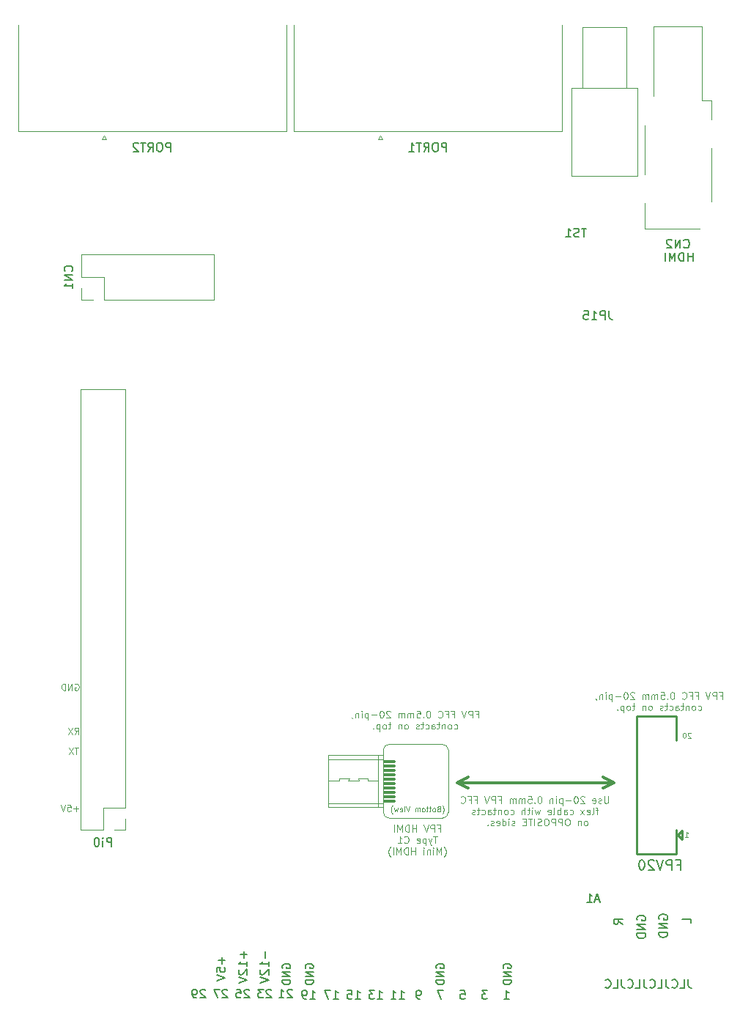
<source format=gbr>
%TF.GenerationSoftware,KiCad,Pcbnew,(5.1.12)-1*%
%TF.CreationDate,2022-03-08T20:35:16+00:00*%
%TF.ProjectId,RGBtoHDMI CDTV v2,52474274-6f48-4444-9d49-204344545620,1*%
%TF.SameCoordinates,Original*%
%TF.FileFunction,Legend,Bot*%
%TF.FilePolarity,Positive*%
%FSLAX46Y46*%
G04 Gerber Fmt 4.6, Leading zero omitted, Abs format (unit mm)*
G04 Created by KiCad (PCBNEW (5.1.12)-1) date 2022-03-08 20:35:16*
%MOMM*%
%LPD*%
G01*
G04 APERTURE LIST*
%ADD10C,0.100000*%
%ADD11C,0.150000*%
%ADD12C,0.075000*%
%ADD13C,0.300000*%
%ADD14C,0.120000*%
%ADD15C,0.254000*%
%ADD16C,0.152000*%
G04 APERTURE END LIST*
D10*
X106503428Y-127373000D02*
X106532000Y-127344428D01*
X106589142Y-127258714D01*
X106617714Y-127201571D01*
X106646285Y-127115857D01*
X106674857Y-126973000D01*
X106674857Y-126858714D01*
X106646285Y-126715857D01*
X106617714Y-126630142D01*
X106589142Y-126573000D01*
X106532000Y-126487285D01*
X106503428Y-126458714D01*
X106074857Y-126830142D02*
X105989142Y-126858714D01*
X105960571Y-126887285D01*
X105932000Y-126944428D01*
X105932000Y-127030142D01*
X105960571Y-127087285D01*
X105989142Y-127115857D01*
X106046285Y-127144428D01*
X106274857Y-127144428D01*
X106274857Y-126544428D01*
X106074857Y-126544428D01*
X106017714Y-126573000D01*
X105989142Y-126601571D01*
X105960571Y-126658714D01*
X105960571Y-126715857D01*
X105989142Y-126773000D01*
X106017714Y-126801571D01*
X106074857Y-126830142D01*
X106274857Y-126830142D01*
X105589142Y-127144428D02*
X105646285Y-127115857D01*
X105674857Y-127087285D01*
X105703428Y-127030142D01*
X105703428Y-126858714D01*
X105674857Y-126801571D01*
X105646285Y-126773000D01*
X105589142Y-126744428D01*
X105503428Y-126744428D01*
X105446285Y-126773000D01*
X105417714Y-126801571D01*
X105389142Y-126858714D01*
X105389142Y-127030142D01*
X105417714Y-127087285D01*
X105446285Y-127115857D01*
X105503428Y-127144428D01*
X105589142Y-127144428D01*
X105217714Y-126744428D02*
X104989142Y-126744428D01*
X105132000Y-126544428D02*
X105132000Y-127058714D01*
X105103428Y-127115857D01*
X105046285Y-127144428D01*
X104989142Y-127144428D01*
X104874857Y-126744428D02*
X104646285Y-126744428D01*
X104789142Y-126544428D02*
X104789142Y-127058714D01*
X104760571Y-127115857D01*
X104703428Y-127144428D01*
X104646285Y-127144428D01*
X104360571Y-127144428D02*
X104417714Y-127115857D01*
X104446285Y-127087285D01*
X104474857Y-127030142D01*
X104474857Y-126858714D01*
X104446285Y-126801571D01*
X104417714Y-126773000D01*
X104360571Y-126744428D01*
X104274857Y-126744428D01*
X104217714Y-126773000D01*
X104189142Y-126801571D01*
X104160571Y-126858714D01*
X104160571Y-127030142D01*
X104189142Y-127087285D01*
X104217714Y-127115857D01*
X104274857Y-127144428D01*
X104360571Y-127144428D01*
X103903428Y-127144428D02*
X103903428Y-126744428D01*
X103903428Y-126801571D02*
X103874857Y-126773000D01*
X103817714Y-126744428D01*
X103732000Y-126744428D01*
X103674857Y-126773000D01*
X103646285Y-126830142D01*
X103646285Y-127144428D01*
X103646285Y-126830142D02*
X103617714Y-126773000D01*
X103560571Y-126744428D01*
X103474857Y-126744428D01*
X103417714Y-126773000D01*
X103389142Y-126830142D01*
X103389142Y-127144428D01*
X102732000Y-126544428D02*
X102532000Y-127144428D01*
X102332000Y-126544428D01*
X102132000Y-127144428D02*
X102132000Y-126744428D01*
X102132000Y-126544428D02*
X102160571Y-126573000D01*
X102132000Y-126601571D01*
X102103428Y-126573000D01*
X102132000Y-126544428D01*
X102132000Y-126601571D01*
X101617714Y-127115857D02*
X101674857Y-127144428D01*
X101789142Y-127144428D01*
X101846285Y-127115857D01*
X101874857Y-127058714D01*
X101874857Y-126830142D01*
X101846285Y-126773000D01*
X101789142Y-126744428D01*
X101674857Y-126744428D01*
X101617714Y-126773000D01*
X101589142Y-126830142D01*
X101589142Y-126887285D01*
X101874857Y-126944428D01*
X101389142Y-126744428D02*
X101274857Y-127144428D01*
X101160571Y-126858714D01*
X101046285Y-127144428D01*
X100932000Y-126744428D01*
X100760571Y-127373000D02*
X100732000Y-127344428D01*
X100674857Y-127258714D01*
X100646285Y-127201571D01*
X100617714Y-127115857D01*
X100589142Y-126973000D01*
X100589142Y-126858714D01*
X100617714Y-126715857D01*
X100646285Y-126630142D01*
X100674857Y-126573000D01*
X100732000Y-126487285D01*
X100760571Y-126458714D01*
D11*
X86050428Y-143272095D02*
X86050428Y-144034000D01*
X86431380Y-145034000D02*
X86431380Y-144462571D01*
X86431380Y-144748285D02*
X85431380Y-144748285D01*
X85574238Y-144653047D01*
X85669476Y-144557809D01*
X85717095Y-144462571D01*
X85526619Y-145414952D02*
X85479000Y-145462571D01*
X85431380Y-145557809D01*
X85431380Y-145795904D01*
X85479000Y-145891142D01*
X85526619Y-145938761D01*
X85621857Y-145986380D01*
X85717095Y-145986380D01*
X85859952Y-145938761D01*
X86431380Y-145367333D01*
X86431380Y-145986380D01*
X85431380Y-146272095D02*
X86431380Y-146605428D01*
X85431380Y-146938761D01*
X83573928Y-143272095D02*
X83573928Y-144034000D01*
X83954880Y-143653047D02*
X83192976Y-143653047D01*
X83954880Y-145034000D02*
X83954880Y-144462571D01*
X83954880Y-144748285D02*
X82954880Y-144748285D01*
X83097738Y-144653047D01*
X83192976Y-144557809D01*
X83240595Y-144462571D01*
X83050119Y-145414952D02*
X83002500Y-145462571D01*
X82954880Y-145557809D01*
X82954880Y-145795904D01*
X83002500Y-145891142D01*
X83050119Y-145938761D01*
X83145357Y-145986380D01*
X83240595Y-145986380D01*
X83383452Y-145938761D01*
X83954880Y-145367333D01*
X83954880Y-145986380D01*
X82954880Y-146272095D02*
X83954880Y-146605428D01*
X82954880Y-146938761D01*
X81033928Y-143938785D02*
X81033928Y-144700690D01*
X81414880Y-144319738D02*
X80652976Y-144319738D01*
X80414880Y-145653071D02*
X80414880Y-145176880D01*
X80891071Y-145129261D01*
X80843452Y-145176880D01*
X80795833Y-145272119D01*
X80795833Y-145510214D01*
X80843452Y-145605452D01*
X80891071Y-145653071D01*
X80986309Y-145700690D01*
X81224404Y-145700690D01*
X81319642Y-145653071D01*
X81367261Y-145605452D01*
X81414880Y-145510214D01*
X81414880Y-145272119D01*
X81367261Y-145176880D01*
X81319642Y-145129261D01*
X80414880Y-145986404D02*
X81414880Y-146319738D01*
X80414880Y-146653071D01*
D10*
X135204142Y-118092571D02*
X135175571Y-118064000D01*
X135118428Y-118035428D01*
X134975571Y-118035428D01*
X134918428Y-118064000D01*
X134889857Y-118092571D01*
X134861285Y-118149714D01*
X134861285Y-118206857D01*
X134889857Y-118292571D01*
X135232714Y-118635428D01*
X134861285Y-118635428D01*
X134489857Y-118035428D02*
X134432714Y-118035428D01*
X134375571Y-118064000D01*
X134347000Y-118092571D01*
X134318428Y-118149714D01*
X134289857Y-118264000D01*
X134289857Y-118406857D01*
X134318428Y-118521142D01*
X134347000Y-118578285D01*
X134375571Y-118606857D01*
X134432714Y-118635428D01*
X134489857Y-118635428D01*
X134547000Y-118606857D01*
X134575571Y-118578285D01*
X134604142Y-118521142D01*
X134632714Y-118406857D01*
X134632714Y-118264000D01*
X134604142Y-118149714D01*
X134575571Y-118092571D01*
X134547000Y-118064000D01*
X134489857Y-118035428D01*
X134575571Y-130065428D02*
X134918428Y-130065428D01*
X134747000Y-130065428D02*
X134747000Y-129465428D01*
X134804142Y-129551142D01*
X134861285Y-129608285D01*
X134918428Y-129636857D01*
X110387523Y-115878857D02*
X110654190Y-115878857D01*
X110654190Y-116297904D02*
X110654190Y-115497904D01*
X110273238Y-115497904D01*
X109968476Y-116297904D02*
X109968476Y-115497904D01*
X109663714Y-115497904D01*
X109587523Y-115536000D01*
X109549428Y-115574095D01*
X109511333Y-115650285D01*
X109511333Y-115764571D01*
X109549428Y-115840761D01*
X109587523Y-115878857D01*
X109663714Y-115916952D01*
X109968476Y-115916952D01*
X109282761Y-115497904D02*
X109016095Y-116297904D01*
X108749428Y-115497904D01*
X107606571Y-115878857D02*
X107873238Y-115878857D01*
X107873238Y-116297904D02*
X107873238Y-115497904D01*
X107492285Y-115497904D01*
X106920857Y-115878857D02*
X107187523Y-115878857D01*
X107187523Y-116297904D02*
X107187523Y-115497904D01*
X106806571Y-115497904D01*
X106044666Y-116221714D02*
X106082761Y-116259809D01*
X106197047Y-116297904D01*
X106273238Y-116297904D01*
X106387523Y-116259809D01*
X106463714Y-116183619D01*
X106501809Y-116107428D01*
X106539904Y-115955047D01*
X106539904Y-115840761D01*
X106501809Y-115688380D01*
X106463714Y-115612190D01*
X106387523Y-115536000D01*
X106273238Y-115497904D01*
X106197047Y-115497904D01*
X106082761Y-115536000D01*
X106044666Y-115574095D01*
X104939904Y-115497904D02*
X104863714Y-115497904D01*
X104787523Y-115536000D01*
X104749428Y-115574095D01*
X104711333Y-115650285D01*
X104673238Y-115802666D01*
X104673238Y-115993142D01*
X104711333Y-116145523D01*
X104749428Y-116221714D01*
X104787523Y-116259809D01*
X104863714Y-116297904D01*
X104939904Y-116297904D01*
X105016095Y-116259809D01*
X105054190Y-116221714D01*
X105092285Y-116145523D01*
X105130380Y-115993142D01*
X105130380Y-115802666D01*
X105092285Y-115650285D01*
X105054190Y-115574095D01*
X105016095Y-115536000D01*
X104939904Y-115497904D01*
X104330380Y-116221714D02*
X104292285Y-116259809D01*
X104330380Y-116297904D01*
X104368476Y-116259809D01*
X104330380Y-116221714D01*
X104330380Y-116297904D01*
X103568476Y-115497904D02*
X103949428Y-115497904D01*
X103987523Y-115878857D01*
X103949428Y-115840761D01*
X103873238Y-115802666D01*
X103682761Y-115802666D01*
X103606571Y-115840761D01*
X103568476Y-115878857D01*
X103530380Y-115955047D01*
X103530380Y-116145523D01*
X103568476Y-116221714D01*
X103606571Y-116259809D01*
X103682761Y-116297904D01*
X103873238Y-116297904D01*
X103949428Y-116259809D01*
X103987523Y-116221714D01*
X103187523Y-116297904D02*
X103187523Y-115764571D01*
X103187523Y-115840761D02*
X103149428Y-115802666D01*
X103073238Y-115764571D01*
X102958952Y-115764571D01*
X102882761Y-115802666D01*
X102844666Y-115878857D01*
X102844666Y-116297904D01*
X102844666Y-115878857D02*
X102806571Y-115802666D01*
X102730380Y-115764571D01*
X102616095Y-115764571D01*
X102539904Y-115802666D01*
X102501809Y-115878857D01*
X102501809Y-116297904D01*
X102120857Y-116297904D02*
X102120857Y-115764571D01*
X102120857Y-115840761D02*
X102082761Y-115802666D01*
X102006571Y-115764571D01*
X101892285Y-115764571D01*
X101816095Y-115802666D01*
X101778000Y-115878857D01*
X101778000Y-116297904D01*
X101778000Y-115878857D02*
X101739904Y-115802666D01*
X101663714Y-115764571D01*
X101549428Y-115764571D01*
X101473238Y-115802666D01*
X101435142Y-115878857D01*
X101435142Y-116297904D01*
X100482761Y-115574095D02*
X100444666Y-115536000D01*
X100368476Y-115497904D01*
X100178000Y-115497904D01*
X100101809Y-115536000D01*
X100063714Y-115574095D01*
X100025619Y-115650285D01*
X100025619Y-115726476D01*
X100063714Y-115840761D01*
X100520857Y-116297904D01*
X100025619Y-116297904D01*
X99530380Y-115497904D02*
X99454190Y-115497904D01*
X99378000Y-115536000D01*
X99339904Y-115574095D01*
X99301809Y-115650285D01*
X99263714Y-115802666D01*
X99263714Y-115993142D01*
X99301809Y-116145523D01*
X99339904Y-116221714D01*
X99378000Y-116259809D01*
X99454190Y-116297904D01*
X99530380Y-116297904D01*
X99606571Y-116259809D01*
X99644666Y-116221714D01*
X99682761Y-116145523D01*
X99720857Y-115993142D01*
X99720857Y-115802666D01*
X99682761Y-115650285D01*
X99644666Y-115574095D01*
X99606571Y-115536000D01*
X99530380Y-115497904D01*
X98920857Y-115993142D02*
X98311333Y-115993142D01*
X97930380Y-115764571D02*
X97930380Y-116564571D01*
X97930380Y-115802666D02*
X97854190Y-115764571D01*
X97701809Y-115764571D01*
X97625619Y-115802666D01*
X97587523Y-115840761D01*
X97549428Y-115916952D01*
X97549428Y-116145523D01*
X97587523Y-116221714D01*
X97625619Y-116259809D01*
X97701809Y-116297904D01*
X97854190Y-116297904D01*
X97930380Y-116259809D01*
X97206571Y-116297904D02*
X97206571Y-115764571D01*
X97206571Y-115497904D02*
X97244666Y-115536000D01*
X97206571Y-115574095D01*
X97168476Y-115536000D01*
X97206571Y-115497904D01*
X97206571Y-115574095D01*
X96825619Y-115764571D02*
X96825619Y-116297904D01*
X96825619Y-115840761D02*
X96787523Y-115802666D01*
X96711333Y-115764571D01*
X96597047Y-115764571D01*
X96520857Y-115802666D01*
X96482761Y-115878857D01*
X96482761Y-116297904D01*
X96063714Y-116259809D02*
X96063714Y-116297904D01*
X96101809Y-116374095D01*
X96139904Y-116412190D01*
X107873238Y-117559809D02*
X107949428Y-117597904D01*
X108101809Y-117597904D01*
X108178000Y-117559809D01*
X108216095Y-117521714D01*
X108254190Y-117445523D01*
X108254190Y-117216952D01*
X108216095Y-117140761D01*
X108178000Y-117102666D01*
X108101809Y-117064571D01*
X107949428Y-117064571D01*
X107873238Y-117102666D01*
X107416095Y-117597904D02*
X107492285Y-117559809D01*
X107530380Y-117521714D01*
X107568476Y-117445523D01*
X107568476Y-117216952D01*
X107530380Y-117140761D01*
X107492285Y-117102666D01*
X107416095Y-117064571D01*
X107301809Y-117064571D01*
X107225619Y-117102666D01*
X107187523Y-117140761D01*
X107149428Y-117216952D01*
X107149428Y-117445523D01*
X107187523Y-117521714D01*
X107225619Y-117559809D01*
X107301809Y-117597904D01*
X107416095Y-117597904D01*
X106806571Y-117064571D02*
X106806571Y-117597904D01*
X106806571Y-117140761D02*
X106768476Y-117102666D01*
X106692285Y-117064571D01*
X106578000Y-117064571D01*
X106501809Y-117102666D01*
X106463714Y-117178857D01*
X106463714Y-117597904D01*
X106197047Y-117064571D02*
X105892285Y-117064571D01*
X106082761Y-116797904D02*
X106082761Y-117483619D01*
X106044666Y-117559809D01*
X105968476Y-117597904D01*
X105892285Y-117597904D01*
X105282761Y-117597904D02*
X105282761Y-117178857D01*
X105320857Y-117102666D01*
X105397047Y-117064571D01*
X105549428Y-117064571D01*
X105625619Y-117102666D01*
X105282761Y-117559809D02*
X105358952Y-117597904D01*
X105549428Y-117597904D01*
X105625619Y-117559809D01*
X105663714Y-117483619D01*
X105663714Y-117407428D01*
X105625619Y-117331238D01*
X105549428Y-117293142D01*
X105358952Y-117293142D01*
X105282761Y-117255047D01*
X104558952Y-117559809D02*
X104635142Y-117597904D01*
X104787523Y-117597904D01*
X104863714Y-117559809D01*
X104901809Y-117521714D01*
X104939904Y-117445523D01*
X104939904Y-117216952D01*
X104901809Y-117140761D01*
X104863714Y-117102666D01*
X104787523Y-117064571D01*
X104635142Y-117064571D01*
X104558952Y-117102666D01*
X104330380Y-117064571D02*
X104025619Y-117064571D01*
X104216095Y-116797904D02*
X104216095Y-117483619D01*
X104178000Y-117559809D01*
X104101809Y-117597904D01*
X104025619Y-117597904D01*
X103797047Y-117559809D02*
X103720857Y-117597904D01*
X103568476Y-117597904D01*
X103492285Y-117559809D01*
X103454190Y-117483619D01*
X103454190Y-117445523D01*
X103492285Y-117369333D01*
X103568476Y-117331238D01*
X103682761Y-117331238D01*
X103758952Y-117293142D01*
X103797047Y-117216952D01*
X103797047Y-117178857D01*
X103758952Y-117102666D01*
X103682761Y-117064571D01*
X103568476Y-117064571D01*
X103492285Y-117102666D01*
X102387523Y-117597904D02*
X102463714Y-117559809D01*
X102501809Y-117521714D01*
X102539904Y-117445523D01*
X102539904Y-117216952D01*
X102501809Y-117140761D01*
X102463714Y-117102666D01*
X102387523Y-117064571D01*
X102273238Y-117064571D01*
X102197047Y-117102666D01*
X102158952Y-117140761D01*
X102120857Y-117216952D01*
X102120857Y-117445523D01*
X102158952Y-117521714D01*
X102197047Y-117559809D01*
X102273238Y-117597904D01*
X102387523Y-117597904D01*
X101778000Y-117064571D02*
X101778000Y-117597904D01*
X101778000Y-117140761D02*
X101739904Y-117102666D01*
X101663714Y-117064571D01*
X101549428Y-117064571D01*
X101473238Y-117102666D01*
X101435142Y-117178857D01*
X101435142Y-117597904D01*
X100558952Y-117064571D02*
X100254190Y-117064571D01*
X100444666Y-116797904D02*
X100444666Y-117483619D01*
X100406571Y-117559809D01*
X100330380Y-117597904D01*
X100254190Y-117597904D01*
X99873238Y-117597904D02*
X99949428Y-117559809D01*
X99987523Y-117521714D01*
X100025619Y-117445523D01*
X100025619Y-117216952D01*
X99987523Y-117140761D01*
X99949428Y-117102666D01*
X99873238Y-117064571D01*
X99758952Y-117064571D01*
X99682761Y-117102666D01*
X99644666Y-117140761D01*
X99606571Y-117216952D01*
X99606571Y-117445523D01*
X99644666Y-117521714D01*
X99682761Y-117559809D01*
X99758952Y-117597904D01*
X99873238Y-117597904D01*
X99263714Y-117064571D02*
X99263714Y-117864571D01*
X99263714Y-117102666D02*
X99187523Y-117064571D01*
X99035142Y-117064571D01*
X98958952Y-117102666D01*
X98920857Y-117140761D01*
X98882761Y-117216952D01*
X98882761Y-117445523D01*
X98920857Y-117521714D01*
X98958952Y-117559809D01*
X99035142Y-117597904D01*
X99187523Y-117597904D01*
X99263714Y-117559809D01*
X98539904Y-117521714D02*
X98501809Y-117559809D01*
X98539904Y-117597904D01*
X98578000Y-117559809D01*
X98539904Y-117521714D01*
X98539904Y-117597904D01*
D12*
X96901000Y-123571000D02*
X96774000Y-123317000D01*
X96774000Y-123317000D02*
X97917000Y-123317000D01*
X97917000Y-123571000D02*
X97917000Y-123317000D01*
X95631000Y-123571000D02*
X96901000Y-123571000D01*
X94615000Y-123317000D02*
X95758000Y-123317000D01*
X95631000Y-123571000D02*
X95758000Y-123317000D01*
X94615000Y-123571000D02*
X94615000Y-123317000D01*
X97917000Y-123571000D02*
X99060000Y-123571000D01*
X93345000Y-123571000D02*
X94615000Y-123571000D01*
X99060000Y-126619000D02*
X99060000Y-120650000D01*
D13*
X125095000Y-123190000D02*
X126365000Y-123825000D01*
X125095000Y-124460000D02*
X126365000Y-123825000D01*
X108204000Y-123825000D02*
X109474000Y-123190000D01*
X108204000Y-123825000D02*
X109474000Y-124460000D01*
X108204000Y-123825000D02*
X125984000Y-123825000D01*
D14*
X107188000Y-127254000D02*
G75*
G02*
X106553000Y-127889000I-635000J0D01*
G01*
X106553000Y-119380000D02*
G75*
G02*
X107188000Y-120015000I0J-635000D01*
G01*
X99695000Y-120015000D02*
G75*
G02*
X100330000Y-119380000I635000J0D01*
G01*
X100330000Y-127889000D02*
G75*
G02*
X99695000Y-127254000I0J635000D01*
G01*
D10*
X106006600Y-129071857D02*
X106273266Y-129071857D01*
X106273266Y-129490904D02*
X106273266Y-128690904D01*
X105892314Y-128690904D01*
X105587552Y-129490904D02*
X105587552Y-128690904D01*
X105282790Y-128690904D01*
X105206600Y-128729000D01*
X105168504Y-128767095D01*
X105130409Y-128843285D01*
X105130409Y-128957571D01*
X105168504Y-129033761D01*
X105206600Y-129071857D01*
X105282790Y-129109952D01*
X105587552Y-129109952D01*
X104901838Y-128690904D02*
X104635171Y-129490904D01*
X104368504Y-128690904D01*
X103492314Y-129490904D02*
X103492314Y-128690904D01*
X103492314Y-129071857D02*
X103035171Y-129071857D01*
X103035171Y-129490904D02*
X103035171Y-128690904D01*
X102654219Y-129490904D02*
X102654219Y-128690904D01*
X102463742Y-128690904D01*
X102349457Y-128729000D01*
X102273266Y-128805190D01*
X102235171Y-128881380D01*
X102197076Y-129033761D01*
X102197076Y-129148047D01*
X102235171Y-129300428D01*
X102273266Y-129376619D01*
X102349457Y-129452809D01*
X102463742Y-129490904D01*
X102654219Y-129490904D01*
X101854219Y-129490904D02*
X101854219Y-128690904D01*
X101587552Y-129262333D01*
X101320885Y-128690904D01*
X101320885Y-129490904D01*
X100939933Y-129490904D02*
X100939933Y-128690904D01*
X105930409Y-129990904D02*
X105473266Y-129990904D01*
X105701838Y-130790904D02*
X105701838Y-129990904D01*
X105282790Y-130257571D02*
X105092314Y-130790904D01*
X104901838Y-130257571D02*
X105092314Y-130790904D01*
X105168504Y-130981380D01*
X105206600Y-131019476D01*
X105282790Y-131057571D01*
X104597076Y-130257571D02*
X104597076Y-131057571D01*
X104597076Y-130295666D02*
X104520885Y-130257571D01*
X104368504Y-130257571D01*
X104292314Y-130295666D01*
X104254219Y-130333761D01*
X104216123Y-130409952D01*
X104216123Y-130638523D01*
X104254219Y-130714714D01*
X104292314Y-130752809D01*
X104368504Y-130790904D01*
X104520885Y-130790904D01*
X104597076Y-130752809D01*
X103568504Y-130752809D02*
X103644695Y-130790904D01*
X103797076Y-130790904D01*
X103873266Y-130752809D01*
X103911361Y-130676619D01*
X103911361Y-130371857D01*
X103873266Y-130295666D01*
X103797076Y-130257571D01*
X103644695Y-130257571D01*
X103568504Y-130295666D01*
X103530409Y-130371857D01*
X103530409Y-130448047D01*
X103911361Y-130524238D01*
X102120885Y-130714714D02*
X102158980Y-130752809D01*
X102273266Y-130790904D01*
X102349457Y-130790904D01*
X102463742Y-130752809D01*
X102539933Y-130676619D01*
X102578028Y-130600428D01*
X102616123Y-130448047D01*
X102616123Y-130333761D01*
X102578028Y-130181380D01*
X102539933Y-130105190D01*
X102463742Y-130029000D01*
X102349457Y-129990904D01*
X102273266Y-129990904D01*
X102158980Y-130029000D01*
X102120885Y-130067095D01*
X101358980Y-130790904D02*
X101816123Y-130790904D01*
X101587552Y-130790904D02*
X101587552Y-129990904D01*
X101663742Y-130105190D01*
X101739933Y-130181380D01*
X101816123Y-130219476D01*
X106692314Y-132395666D02*
X106730409Y-132357571D01*
X106806600Y-132243285D01*
X106844695Y-132167095D01*
X106882790Y-132052809D01*
X106920885Y-131862333D01*
X106920885Y-131709952D01*
X106882790Y-131519476D01*
X106844695Y-131405190D01*
X106806600Y-131329000D01*
X106730409Y-131214714D01*
X106692314Y-131176619D01*
X106387552Y-132090904D02*
X106387552Y-131290904D01*
X106120885Y-131862333D01*
X105854219Y-131290904D01*
X105854219Y-132090904D01*
X105473266Y-132090904D02*
X105473266Y-131557571D01*
X105473266Y-131290904D02*
X105511361Y-131329000D01*
X105473266Y-131367095D01*
X105435171Y-131329000D01*
X105473266Y-131290904D01*
X105473266Y-131367095D01*
X105092314Y-131557571D02*
X105092314Y-132090904D01*
X105092314Y-131633761D02*
X105054219Y-131595666D01*
X104978028Y-131557571D01*
X104863742Y-131557571D01*
X104787552Y-131595666D01*
X104749457Y-131671857D01*
X104749457Y-132090904D01*
X104368504Y-132090904D02*
X104368504Y-131557571D01*
X104368504Y-131290904D02*
X104406600Y-131329000D01*
X104368504Y-131367095D01*
X104330409Y-131329000D01*
X104368504Y-131290904D01*
X104368504Y-131367095D01*
X103378028Y-132090904D02*
X103378028Y-131290904D01*
X103378028Y-131671857D02*
X102920885Y-131671857D01*
X102920885Y-132090904D02*
X102920885Y-131290904D01*
X102539933Y-132090904D02*
X102539933Y-131290904D01*
X102349457Y-131290904D01*
X102235171Y-131329000D01*
X102158980Y-131405190D01*
X102120885Y-131481380D01*
X102082790Y-131633761D01*
X102082790Y-131748047D01*
X102120885Y-131900428D01*
X102158980Y-131976619D01*
X102235171Y-132052809D01*
X102349457Y-132090904D01*
X102539933Y-132090904D01*
X101739933Y-132090904D02*
X101739933Y-131290904D01*
X101473266Y-131862333D01*
X101206600Y-131290904D01*
X101206600Y-132090904D01*
X100825647Y-132090904D02*
X100825647Y-131290904D01*
X100520885Y-132395666D02*
X100482790Y-132357571D01*
X100406600Y-132243285D01*
X100368504Y-132167095D01*
X100330409Y-132052809D01*
X100292314Y-131862333D01*
X100292314Y-131709952D01*
X100330409Y-131519476D01*
X100368504Y-131405190D01*
X100406600Y-131329000D01*
X100482790Y-131214714D01*
X100520885Y-131176619D01*
D12*
X93345000Y-126238000D02*
X99695000Y-126238000D01*
X93345000Y-121158000D02*
X99695000Y-121158000D01*
D14*
X107188000Y-127254000D02*
X107188000Y-120015000D01*
X100330000Y-119380000D02*
X106553000Y-119380000D01*
X106553000Y-127889000D02*
X100330000Y-127889000D01*
D13*
X99822000Y-121412000D02*
X100965000Y-121412000D01*
X99822000Y-121920000D02*
X100965000Y-121920000D01*
X99822000Y-122428000D02*
X100965000Y-122428000D01*
X99822000Y-122936000D02*
X100965000Y-122936000D01*
X99822000Y-123444000D02*
X100965000Y-123444000D01*
X99822000Y-123952000D02*
X100965000Y-123952000D01*
X99822000Y-124460000D02*
X100965000Y-124460000D01*
X99822000Y-124968000D02*
X100965000Y-124968000D01*
X99822000Y-125476000D02*
X100965000Y-125476000D01*
X99822000Y-125984000D02*
X100965000Y-125984000D01*
D14*
X99695000Y-126619000D02*
X93345000Y-126619000D01*
X99695000Y-120015000D02*
X99695000Y-127254000D01*
X93345000Y-120650000D02*
X99695000Y-120650000D01*
X93345000Y-126619000D02*
X93345000Y-120650000D01*
D10*
X138581523Y-113719857D02*
X138848190Y-113719857D01*
X138848190Y-114138904D02*
X138848190Y-113338904D01*
X138467238Y-113338904D01*
X138162476Y-114138904D02*
X138162476Y-113338904D01*
X137857714Y-113338904D01*
X137781523Y-113377000D01*
X137743428Y-113415095D01*
X137705333Y-113491285D01*
X137705333Y-113605571D01*
X137743428Y-113681761D01*
X137781523Y-113719857D01*
X137857714Y-113757952D01*
X138162476Y-113757952D01*
X137476761Y-113338904D02*
X137210095Y-114138904D01*
X136943428Y-113338904D01*
X135800571Y-113719857D02*
X136067238Y-113719857D01*
X136067238Y-114138904D02*
X136067238Y-113338904D01*
X135686285Y-113338904D01*
X135114857Y-113719857D02*
X135381523Y-113719857D01*
X135381523Y-114138904D02*
X135381523Y-113338904D01*
X135000571Y-113338904D01*
X134238666Y-114062714D02*
X134276761Y-114100809D01*
X134391047Y-114138904D01*
X134467238Y-114138904D01*
X134581523Y-114100809D01*
X134657714Y-114024619D01*
X134695809Y-113948428D01*
X134733904Y-113796047D01*
X134733904Y-113681761D01*
X134695809Y-113529380D01*
X134657714Y-113453190D01*
X134581523Y-113377000D01*
X134467238Y-113338904D01*
X134391047Y-113338904D01*
X134276761Y-113377000D01*
X134238666Y-113415095D01*
X133133904Y-113338904D02*
X133057714Y-113338904D01*
X132981523Y-113377000D01*
X132943428Y-113415095D01*
X132905333Y-113491285D01*
X132867238Y-113643666D01*
X132867238Y-113834142D01*
X132905333Y-113986523D01*
X132943428Y-114062714D01*
X132981523Y-114100809D01*
X133057714Y-114138904D01*
X133133904Y-114138904D01*
X133210095Y-114100809D01*
X133248190Y-114062714D01*
X133286285Y-113986523D01*
X133324380Y-113834142D01*
X133324380Y-113643666D01*
X133286285Y-113491285D01*
X133248190Y-113415095D01*
X133210095Y-113377000D01*
X133133904Y-113338904D01*
X132524380Y-114062714D02*
X132486285Y-114100809D01*
X132524380Y-114138904D01*
X132562476Y-114100809D01*
X132524380Y-114062714D01*
X132524380Y-114138904D01*
X131762476Y-113338904D02*
X132143428Y-113338904D01*
X132181523Y-113719857D01*
X132143428Y-113681761D01*
X132067238Y-113643666D01*
X131876761Y-113643666D01*
X131800571Y-113681761D01*
X131762476Y-113719857D01*
X131724380Y-113796047D01*
X131724380Y-113986523D01*
X131762476Y-114062714D01*
X131800571Y-114100809D01*
X131876761Y-114138904D01*
X132067238Y-114138904D01*
X132143428Y-114100809D01*
X132181523Y-114062714D01*
X131381523Y-114138904D02*
X131381523Y-113605571D01*
X131381523Y-113681761D02*
X131343428Y-113643666D01*
X131267238Y-113605571D01*
X131152952Y-113605571D01*
X131076761Y-113643666D01*
X131038666Y-113719857D01*
X131038666Y-114138904D01*
X131038666Y-113719857D02*
X131000571Y-113643666D01*
X130924380Y-113605571D01*
X130810095Y-113605571D01*
X130733904Y-113643666D01*
X130695809Y-113719857D01*
X130695809Y-114138904D01*
X130314857Y-114138904D02*
X130314857Y-113605571D01*
X130314857Y-113681761D02*
X130276761Y-113643666D01*
X130200571Y-113605571D01*
X130086285Y-113605571D01*
X130010095Y-113643666D01*
X129972000Y-113719857D01*
X129972000Y-114138904D01*
X129972000Y-113719857D02*
X129933904Y-113643666D01*
X129857714Y-113605571D01*
X129743428Y-113605571D01*
X129667238Y-113643666D01*
X129629142Y-113719857D01*
X129629142Y-114138904D01*
X128676761Y-113415095D02*
X128638666Y-113377000D01*
X128562476Y-113338904D01*
X128372000Y-113338904D01*
X128295809Y-113377000D01*
X128257714Y-113415095D01*
X128219619Y-113491285D01*
X128219619Y-113567476D01*
X128257714Y-113681761D01*
X128714857Y-114138904D01*
X128219619Y-114138904D01*
X127724380Y-113338904D02*
X127648190Y-113338904D01*
X127572000Y-113377000D01*
X127533904Y-113415095D01*
X127495809Y-113491285D01*
X127457714Y-113643666D01*
X127457714Y-113834142D01*
X127495809Y-113986523D01*
X127533904Y-114062714D01*
X127572000Y-114100809D01*
X127648190Y-114138904D01*
X127724380Y-114138904D01*
X127800571Y-114100809D01*
X127838666Y-114062714D01*
X127876761Y-113986523D01*
X127914857Y-113834142D01*
X127914857Y-113643666D01*
X127876761Y-113491285D01*
X127838666Y-113415095D01*
X127800571Y-113377000D01*
X127724380Y-113338904D01*
X127114857Y-113834142D02*
X126505333Y-113834142D01*
X126124380Y-113605571D02*
X126124380Y-114405571D01*
X126124380Y-113643666D02*
X126048190Y-113605571D01*
X125895809Y-113605571D01*
X125819619Y-113643666D01*
X125781523Y-113681761D01*
X125743428Y-113757952D01*
X125743428Y-113986523D01*
X125781523Y-114062714D01*
X125819619Y-114100809D01*
X125895809Y-114138904D01*
X126048190Y-114138904D01*
X126124380Y-114100809D01*
X125400571Y-114138904D02*
X125400571Y-113605571D01*
X125400571Y-113338904D02*
X125438666Y-113377000D01*
X125400571Y-113415095D01*
X125362476Y-113377000D01*
X125400571Y-113338904D01*
X125400571Y-113415095D01*
X125019619Y-113605571D02*
X125019619Y-114138904D01*
X125019619Y-113681761D02*
X124981523Y-113643666D01*
X124905333Y-113605571D01*
X124791047Y-113605571D01*
X124714857Y-113643666D01*
X124676761Y-113719857D01*
X124676761Y-114138904D01*
X124257714Y-114100809D02*
X124257714Y-114138904D01*
X124295809Y-114215095D01*
X124333904Y-114253190D01*
X136067238Y-115400809D02*
X136143428Y-115438904D01*
X136295809Y-115438904D01*
X136372000Y-115400809D01*
X136410095Y-115362714D01*
X136448190Y-115286523D01*
X136448190Y-115057952D01*
X136410095Y-114981761D01*
X136372000Y-114943666D01*
X136295809Y-114905571D01*
X136143428Y-114905571D01*
X136067238Y-114943666D01*
X135610095Y-115438904D02*
X135686285Y-115400809D01*
X135724380Y-115362714D01*
X135762476Y-115286523D01*
X135762476Y-115057952D01*
X135724380Y-114981761D01*
X135686285Y-114943666D01*
X135610095Y-114905571D01*
X135495809Y-114905571D01*
X135419619Y-114943666D01*
X135381523Y-114981761D01*
X135343428Y-115057952D01*
X135343428Y-115286523D01*
X135381523Y-115362714D01*
X135419619Y-115400809D01*
X135495809Y-115438904D01*
X135610095Y-115438904D01*
X135000571Y-114905571D02*
X135000571Y-115438904D01*
X135000571Y-114981761D02*
X134962476Y-114943666D01*
X134886285Y-114905571D01*
X134772000Y-114905571D01*
X134695809Y-114943666D01*
X134657714Y-115019857D01*
X134657714Y-115438904D01*
X134391047Y-114905571D02*
X134086285Y-114905571D01*
X134276761Y-114638904D02*
X134276761Y-115324619D01*
X134238666Y-115400809D01*
X134162476Y-115438904D01*
X134086285Y-115438904D01*
X133476761Y-115438904D02*
X133476761Y-115019857D01*
X133514857Y-114943666D01*
X133591047Y-114905571D01*
X133743428Y-114905571D01*
X133819619Y-114943666D01*
X133476761Y-115400809D02*
X133552952Y-115438904D01*
X133743428Y-115438904D01*
X133819619Y-115400809D01*
X133857714Y-115324619D01*
X133857714Y-115248428D01*
X133819619Y-115172238D01*
X133743428Y-115134142D01*
X133552952Y-115134142D01*
X133476761Y-115096047D01*
X132752952Y-115400809D02*
X132829142Y-115438904D01*
X132981523Y-115438904D01*
X133057714Y-115400809D01*
X133095809Y-115362714D01*
X133133904Y-115286523D01*
X133133904Y-115057952D01*
X133095809Y-114981761D01*
X133057714Y-114943666D01*
X132981523Y-114905571D01*
X132829142Y-114905571D01*
X132752952Y-114943666D01*
X132524380Y-114905571D02*
X132219619Y-114905571D01*
X132410095Y-114638904D02*
X132410095Y-115324619D01*
X132372000Y-115400809D01*
X132295809Y-115438904D01*
X132219619Y-115438904D01*
X131991047Y-115400809D02*
X131914857Y-115438904D01*
X131762476Y-115438904D01*
X131686285Y-115400809D01*
X131648190Y-115324619D01*
X131648190Y-115286523D01*
X131686285Y-115210333D01*
X131762476Y-115172238D01*
X131876761Y-115172238D01*
X131952952Y-115134142D01*
X131991047Y-115057952D01*
X131991047Y-115019857D01*
X131952952Y-114943666D01*
X131876761Y-114905571D01*
X131762476Y-114905571D01*
X131686285Y-114943666D01*
X130581523Y-115438904D02*
X130657714Y-115400809D01*
X130695809Y-115362714D01*
X130733904Y-115286523D01*
X130733904Y-115057952D01*
X130695809Y-114981761D01*
X130657714Y-114943666D01*
X130581523Y-114905571D01*
X130467238Y-114905571D01*
X130391047Y-114943666D01*
X130352952Y-114981761D01*
X130314857Y-115057952D01*
X130314857Y-115286523D01*
X130352952Y-115362714D01*
X130391047Y-115400809D01*
X130467238Y-115438904D01*
X130581523Y-115438904D01*
X129972000Y-114905571D02*
X129972000Y-115438904D01*
X129972000Y-114981761D02*
X129933904Y-114943666D01*
X129857714Y-114905571D01*
X129743428Y-114905571D01*
X129667238Y-114943666D01*
X129629142Y-115019857D01*
X129629142Y-115438904D01*
X128752952Y-114905571D02*
X128448190Y-114905571D01*
X128638666Y-114638904D02*
X128638666Y-115324619D01*
X128600571Y-115400809D01*
X128524380Y-115438904D01*
X128448190Y-115438904D01*
X128067238Y-115438904D02*
X128143428Y-115400809D01*
X128181523Y-115362714D01*
X128219619Y-115286523D01*
X128219619Y-115057952D01*
X128181523Y-114981761D01*
X128143428Y-114943666D01*
X128067238Y-114905571D01*
X127952952Y-114905571D01*
X127876761Y-114943666D01*
X127838666Y-114981761D01*
X127800571Y-115057952D01*
X127800571Y-115286523D01*
X127838666Y-115362714D01*
X127876761Y-115400809D01*
X127952952Y-115438904D01*
X128067238Y-115438904D01*
X127457714Y-114905571D02*
X127457714Y-115705571D01*
X127457714Y-114943666D02*
X127381523Y-114905571D01*
X127229142Y-114905571D01*
X127152952Y-114943666D01*
X127114857Y-114981761D01*
X127076761Y-115057952D01*
X127076761Y-115286523D01*
X127114857Y-115362714D01*
X127152952Y-115400809D01*
X127229142Y-115438904D01*
X127381523Y-115438904D01*
X127457714Y-115400809D01*
X126733904Y-115362714D02*
X126695809Y-115400809D01*
X126733904Y-115438904D01*
X126772000Y-115400809D01*
X126733904Y-115362714D01*
X126733904Y-115438904D01*
X125671790Y-125363504D02*
X125671790Y-126011123D01*
X125633695Y-126087314D01*
X125595600Y-126125409D01*
X125519409Y-126163504D01*
X125367028Y-126163504D01*
X125290838Y-126125409D01*
X125252742Y-126087314D01*
X125214647Y-126011123D01*
X125214647Y-125363504D01*
X124871790Y-126125409D02*
X124795600Y-126163504D01*
X124643219Y-126163504D01*
X124567028Y-126125409D01*
X124528933Y-126049219D01*
X124528933Y-126011123D01*
X124567028Y-125934933D01*
X124643219Y-125896838D01*
X124757504Y-125896838D01*
X124833695Y-125858742D01*
X124871790Y-125782552D01*
X124871790Y-125744457D01*
X124833695Y-125668266D01*
X124757504Y-125630171D01*
X124643219Y-125630171D01*
X124567028Y-125668266D01*
X123881314Y-126125409D02*
X123957504Y-126163504D01*
X124109885Y-126163504D01*
X124186076Y-126125409D01*
X124224171Y-126049219D01*
X124224171Y-125744457D01*
X124186076Y-125668266D01*
X124109885Y-125630171D01*
X123957504Y-125630171D01*
X123881314Y-125668266D01*
X123843219Y-125744457D01*
X123843219Y-125820647D01*
X124224171Y-125896838D01*
X122928933Y-125439695D02*
X122890838Y-125401600D01*
X122814647Y-125363504D01*
X122624171Y-125363504D01*
X122547980Y-125401600D01*
X122509885Y-125439695D01*
X122471790Y-125515885D01*
X122471790Y-125592076D01*
X122509885Y-125706361D01*
X122967028Y-126163504D01*
X122471790Y-126163504D01*
X121976552Y-125363504D02*
X121900361Y-125363504D01*
X121824171Y-125401600D01*
X121786076Y-125439695D01*
X121747980Y-125515885D01*
X121709885Y-125668266D01*
X121709885Y-125858742D01*
X121747980Y-126011123D01*
X121786076Y-126087314D01*
X121824171Y-126125409D01*
X121900361Y-126163504D01*
X121976552Y-126163504D01*
X122052742Y-126125409D01*
X122090838Y-126087314D01*
X122128933Y-126011123D01*
X122167028Y-125858742D01*
X122167028Y-125668266D01*
X122128933Y-125515885D01*
X122090838Y-125439695D01*
X122052742Y-125401600D01*
X121976552Y-125363504D01*
X121367028Y-125858742D02*
X120757504Y-125858742D01*
X120376552Y-125630171D02*
X120376552Y-126430171D01*
X120376552Y-125668266D02*
X120300361Y-125630171D01*
X120147980Y-125630171D01*
X120071790Y-125668266D01*
X120033695Y-125706361D01*
X119995600Y-125782552D01*
X119995600Y-126011123D01*
X120033695Y-126087314D01*
X120071790Y-126125409D01*
X120147980Y-126163504D01*
X120300361Y-126163504D01*
X120376552Y-126125409D01*
X119652742Y-126163504D02*
X119652742Y-125630171D01*
X119652742Y-125363504D02*
X119690838Y-125401600D01*
X119652742Y-125439695D01*
X119614647Y-125401600D01*
X119652742Y-125363504D01*
X119652742Y-125439695D01*
X119271790Y-125630171D02*
X119271790Y-126163504D01*
X119271790Y-125706361D02*
X119233695Y-125668266D01*
X119157504Y-125630171D01*
X119043219Y-125630171D01*
X118967028Y-125668266D01*
X118928933Y-125744457D01*
X118928933Y-126163504D01*
X117786076Y-125363504D02*
X117709885Y-125363504D01*
X117633695Y-125401600D01*
X117595600Y-125439695D01*
X117557504Y-125515885D01*
X117519409Y-125668266D01*
X117519409Y-125858742D01*
X117557504Y-126011123D01*
X117595600Y-126087314D01*
X117633695Y-126125409D01*
X117709885Y-126163504D01*
X117786076Y-126163504D01*
X117862266Y-126125409D01*
X117900361Y-126087314D01*
X117938457Y-126011123D01*
X117976552Y-125858742D01*
X117976552Y-125668266D01*
X117938457Y-125515885D01*
X117900361Y-125439695D01*
X117862266Y-125401600D01*
X117786076Y-125363504D01*
X117176552Y-126087314D02*
X117138457Y-126125409D01*
X117176552Y-126163504D01*
X117214647Y-126125409D01*
X117176552Y-126087314D01*
X117176552Y-126163504D01*
X116414647Y-125363504D02*
X116795600Y-125363504D01*
X116833695Y-125744457D01*
X116795600Y-125706361D01*
X116719409Y-125668266D01*
X116528933Y-125668266D01*
X116452742Y-125706361D01*
X116414647Y-125744457D01*
X116376552Y-125820647D01*
X116376552Y-126011123D01*
X116414647Y-126087314D01*
X116452742Y-126125409D01*
X116528933Y-126163504D01*
X116719409Y-126163504D01*
X116795600Y-126125409D01*
X116833695Y-126087314D01*
X116033695Y-126163504D02*
X116033695Y-125630171D01*
X116033695Y-125706361D02*
X115995600Y-125668266D01*
X115919409Y-125630171D01*
X115805123Y-125630171D01*
X115728933Y-125668266D01*
X115690838Y-125744457D01*
X115690838Y-126163504D01*
X115690838Y-125744457D02*
X115652742Y-125668266D01*
X115576552Y-125630171D01*
X115462266Y-125630171D01*
X115386076Y-125668266D01*
X115347980Y-125744457D01*
X115347980Y-126163504D01*
X114967028Y-126163504D02*
X114967028Y-125630171D01*
X114967028Y-125706361D02*
X114928933Y-125668266D01*
X114852742Y-125630171D01*
X114738457Y-125630171D01*
X114662266Y-125668266D01*
X114624171Y-125744457D01*
X114624171Y-126163504D01*
X114624171Y-125744457D02*
X114586076Y-125668266D01*
X114509885Y-125630171D01*
X114395600Y-125630171D01*
X114319409Y-125668266D01*
X114281314Y-125744457D01*
X114281314Y-126163504D01*
X113024171Y-125744457D02*
X113290838Y-125744457D01*
X113290838Y-126163504D02*
X113290838Y-125363504D01*
X112909885Y-125363504D01*
X112605123Y-126163504D02*
X112605123Y-125363504D01*
X112300361Y-125363504D01*
X112224171Y-125401600D01*
X112186076Y-125439695D01*
X112147980Y-125515885D01*
X112147980Y-125630171D01*
X112186076Y-125706361D01*
X112224171Y-125744457D01*
X112300361Y-125782552D01*
X112605123Y-125782552D01*
X111919409Y-125363504D02*
X111652742Y-126163504D01*
X111386076Y-125363504D01*
X110243219Y-125744457D02*
X110509885Y-125744457D01*
X110509885Y-126163504D02*
X110509885Y-125363504D01*
X110128933Y-125363504D01*
X109557504Y-125744457D02*
X109824171Y-125744457D01*
X109824171Y-126163504D02*
X109824171Y-125363504D01*
X109443219Y-125363504D01*
X108681314Y-126087314D02*
X108719409Y-126125409D01*
X108833695Y-126163504D01*
X108909885Y-126163504D01*
X109024171Y-126125409D01*
X109100361Y-126049219D01*
X109138457Y-125973028D01*
X109176552Y-125820647D01*
X109176552Y-125706361D01*
X109138457Y-125553980D01*
X109100361Y-125477790D01*
X109024171Y-125401600D01*
X108909885Y-125363504D01*
X108833695Y-125363504D01*
X108719409Y-125401600D01*
X108681314Y-125439695D01*
X124509885Y-126930171D02*
X124205123Y-126930171D01*
X124395600Y-127463504D02*
X124395600Y-126777790D01*
X124357504Y-126701600D01*
X124281314Y-126663504D01*
X124205123Y-126663504D01*
X123824171Y-127463504D02*
X123900361Y-127425409D01*
X123938457Y-127349219D01*
X123938457Y-126663504D01*
X123214647Y-127425409D02*
X123290838Y-127463504D01*
X123443219Y-127463504D01*
X123519409Y-127425409D01*
X123557504Y-127349219D01*
X123557504Y-127044457D01*
X123519409Y-126968266D01*
X123443219Y-126930171D01*
X123290838Y-126930171D01*
X123214647Y-126968266D01*
X123176552Y-127044457D01*
X123176552Y-127120647D01*
X123557504Y-127196838D01*
X122909885Y-127463504D02*
X122490838Y-126930171D01*
X122909885Y-126930171D02*
X122490838Y-127463504D01*
X121233695Y-127425409D02*
X121309885Y-127463504D01*
X121462266Y-127463504D01*
X121538457Y-127425409D01*
X121576552Y-127387314D01*
X121614647Y-127311123D01*
X121614647Y-127082552D01*
X121576552Y-127006361D01*
X121538457Y-126968266D01*
X121462266Y-126930171D01*
X121309885Y-126930171D01*
X121233695Y-126968266D01*
X120547980Y-127463504D02*
X120547980Y-127044457D01*
X120586076Y-126968266D01*
X120662266Y-126930171D01*
X120814647Y-126930171D01*
X120890838Y-126968266D01*
X120547980Y-127425409D02*
X120624171Y-127463504D01*
X120814647Y-127463504D01*
X120890838Y-127425409D01*
X120928933Y-127349219D01*
X120928933Y-127273028D01*
X120890838Y-127196838D01*
X120814647Y-127158742D01*
X120624171Y-127158742D01*
X120547980Y-127120647D01*
X120167028Y-127463504D02*
X120167028Y-126663504D01*
X120167028Y-126968266D02*
X120090838Y-126930171D01*
X119938457Y-126930171D01*
X119862266Y-126968266D01*
X119824171Y-127006361D01*
X119786076Y-127082552D01*
X119786076Y-127311123D01*
X119824171Y-127387314D01*
X119862266Y-127425409D01*
X119938457Y-127463504D01*
X120090838Y-127463504D01*
X120167028Y-127425409D01*
X119328933Y-127463504D02*
X119405123Y-127425409D01*
X119443219Y-127349219D01*
X119443219Y-126663504D01*
X118719409Y-127425409D02*
X118795600Y-127463504D01*
X118947980Y-127463504D01*
X119024171Y-127425409D01*
X119062266Y-127349219D01*
X119062266Y-127044457D01*
X119024171Y-126968266D01*
X118947980Y-126930171D01*
X118795600Y-126930171D01*
X118719409Y-126968266D01*
X118681314Y-127044457D01*
X118681314Y-127120647D01*
X119062266Y-127196838D01*
X117805123Y-126930171D02*
X117652742Y-127463504D01*
X117500361Y-127082552D01*
X117347980Y-127463504D01*
X117195600Y-126930171D01*
X116890838Y-127463504D02*
X116890838Y-126930171D01*
X116890838Y-126663504D02*
X116928933Y-126701600D01*
X116890838Y-126739695D01*
X116852742Y-126701600D01*
X116890838Y-126663504D01*
X116890838Y-126739695D01*
X116624171Y-126930171D02*
X116319409Y-126930171D01*
X116509885Y-126663504D02*
X116509885Y-127349219D01*
X116471790Y-127425409D01*
X116395600Y-127463504D01*
X116319409Y-127463504D01*
X116052742Y-127463504D02*
X116052742Y-126663504D01*
X115709885Y-127463504D02*
X115709885Y-127044457D01*
X115747980Y-126968266D01*
X115824171Y-126930171D01*
X115938457Y-126930171D01*
X116014647Y-126968266D01*
X116052742Y-127006361D01*
X114376552Y-127425409D02*
X114452742Y-127463504D01*
X114605123Y-127463504D01*
X114681314Y-127425409D01*
X114719409Y-127387314D01*
X114757504Y-127311123D01*
X114757504Y-127082552D01*
X114719409Y-127006361D01*
X114681314Y-126968266D01*
X114605123Y-126930171D01*
X114452742Y-126930171D01*
X114376552Y-126968266D01*
X113919409Y-127463504D02*
X113995600Y-127425409D01*
X114033695Y-127387314D01*
X114071790Y-127311123D01*
X114071790Y-127082552D01*
X114033695Y-127006361D01*
X113995600Y-126968266D01*
X113919409Y-126930171D01*
X113805123Y-126930171D01*
X113728933Y-126968266D01*
X113690838Y-127006361D01*
X113652742Y-127082552D01*
X113652742Y-127311123D01*
X113690838Y-127387314D01*
X113728933Y-127425409D01*
X113805123Y-127463504D01*
X113919409Y-127463504D01*
X113309885Y-126930171D02*
X113309885Y-127463504D01*
X113309885Y-127006361D02*
X113271790Y-126968266D01*
X113195600Y-126930171D01*
X113081314Y-126930171D01*
X113005123Y-126968266D01*
X112967028Y-127044457D01*
X112967028Y-127463504D01*
X112700361Y-126930171D02*
X112395600Y-126930171D01*
X112586076Y-126663504D02*
X112586076Y-127349219D01*
X112547980Y-127425409D01*
X112471790Y-127463504D01*
X112395600Y-127463504D01*
X111786076Y-127463504D02*
X111786076Y-127044457D01*
X111824171Y-126968266D01*
X111900361Y-126930171D01*
X112052742Y-126930171D01*
X112128933Y-126968266D01*
X111786076Y-127425409D02*
X111862266Y-127463504D01*
X112052742Y-127463504D01*
X112128933Y-127425409D01*
X112167028Y-127349219D01*
X112167028Y-127273028D01*
X112128933Y-127196838D01*
X112052742Y-127158742D01*
X111862266Y-127158742D01*
X111786076Y-127120647D01*
X111062266Y-127425409D02*
X111138457Y-127463504D01*
X111290838Y-127463504D01*
X111367028Y-127425409D01*
X111405123Y-127387314D01*
X111443219Y-127311123D01*
X111443219Y-127082552D01*
X111405123Y-127006361D01*
X111367028Y-126968266D01*
X111290838Y-126930171D01*
X111138457Y-126930171D01*
X111062266Y-126968266D01*
X110833695Y-126930171D02*
X110528933Y-126930171D01*
X110719409Y-126663504D02*
X110719409Y-127349219D01*
X110681314Y-127425409D01*
X110605123Y-127463504D01*
X110528933Y-127463504D01*
X110300361Y-127425409D02*
X110224171Y-127463504D01*
X110071790Y-127463504D01*
X109995600Y-127425409D01*
X109957504Y-127349219D01*
X109957504Y-127311123D01*
X109995600Y-127234933D01*
X110071790Y-127196838D01*
X110186076Y-127196838D01*
X110262266Y-127158742D01*
X110300361Y-127082552D01*
X110300361Y-127044457D01*
X110262266Y-126968266D01*
X110186076Y-126930171D01*
X110071790Y-126930171D01*
X109995600Y-126968266D01*
X123138457Y-128763504D02*
X123214647Y-128725409D01*
X123252742Y-128687314D01*
X123290838Y-128611123D01*
X123290838Y-128382552D01*
X123252742Y-128306361D01*
X123214647Y-128268266D01*
X123138457Y-128230171D01*
X123024171Y-128230171D01*
X122947980Y-128268266D01*
X122909885Y-128306361D01*
X122871790Y-128382552D01*
X122871790Y-128611123D01*
X122909885Y-128687314D01*
X122947980Y-128725409D01*
X123024171Y-128763504D01*
X123138457Y-128763504D01*
X122528933Y-128230171D02*
X122528933Y-128763504D01*
X122528933Y-128306361D02*
X122490838Y-128268266D01*
X122414647Y-128230171D01*
X122300361Y-128230171D01*
X122224171Y-128268266D01*
X122186076Y-128344457D01*
X122186076Y-128763504D01*
X121043219Y-127963504D02*
X120890838Y-127963504D01*
X120814647Y-128001600D01*
X120738457Y-128077790D01*
X120700361Y-128230171D01*
X120700361Y-128496838D01*
X120738457Y-128649219D01*
X120814647Y-128725409D01*
X120890838Y-128763504D01*
X121043219Y-128763504D01*
X121119409Y-128725409D01*
X121195600Y-128649219D01*
X121233695Y-128496838D01*
X121233695Y-128230171D01*
X121195600Y-128077790D01*
X121119409Y-128001600D01*
X121043219Y-127963504D01*
X120357504Y-128763504D02*
X120357504Y-127963504D01*
X120052742Y-127963504D01*
X119976552Y-128001600D01*
X119938457Y-128039695D01*
X119900361Y-128115885D01*
X119900361Y-128230171D01*
X119938457Y-128306361D01*
X119976552Y-128344457D01*
X120052742Y-128382552D01*
X120357504Y-128382552D01*
X119557504Y-128763504D02*
X119557504Y-127963504D01*
X119252742Y-127963504D01*
X119176552Y-128001600D01*
X119138457Y-128039695D01*
X119100361Y-128115885D01*
X119100361Y-128230171D01*
X119138457Y-128306361D01*
X119176552Y-128344457D01*
X119252742Y-128382552D01*
X119557504Y-128382552D01*
X118605123Y-127963504D02*
X118452742Y-127963504D01*
X118376552Y-128001600D01*
X118300361Y-128077790D01*
X118262266Y-128230171D01*
X118262266Y-128496838D01*
X118300361Y-128649219D01*
X118376552Y-128725409D01*
X118452742Y-128763504D01*
X118605123Y-128763504D01*
X118681314Y-128725409D01*
X118757504Y-128649219D01*
X118795600Y-128496838D01*
X118795600Y-128230171D01*
X118757504Y-128077790D01*
X118681314Y-128001600D01*
X118605123Y-127963504D01*
X117957504Y-128725409D02*
X117843219Y-128763504D01*
X117652742Y-128763504D01*
X117576552Y-128725409D01*
X117538457Y-128687314D01*
X117500361Y-128611123D01*
X117500361Y-128534933D01*
X117538457Y-128458742D01*
X117576552Y-128420647D01*
X117652742Y-128382552D01*
X117805123Y-128344457D01*
X117881314Y-128306361D01*
X117919409Y-128268266D01*
X117957504Y-128192076D01*
X117957504Y-128115885D01*
X117919409Y-128039695D01*
X117881314Y-128001600D01*
X117805123Y-127963504D01*
X117614647Y-127963504D01*
X117500361Y-128001600D01*
X117157504Y-128763504D02*
X117157504Y-127963504D01*
X116890838Y-127963504D02*
X116433695Y-127963504D01*
X116662266Y-128763504D02*
X116662266Y-127963504D01*
X116167028Y-128344457D02*
X115900361Y-128344457D01*
X115786076Y-128763504D02*
X116167028Y-128763504D01*
X116167028Y-127963504D01*
X115786076Y-127963504D01*
X114871790Y-128725409D02*
X114795600Y-128763504D01*
X114643219Y-128763504D01*
X114567028Y-128725409D01*
X114528933Y-128649219D01*
X114528933Y-128611123D01*
X114567028Y-128534933D01*
X114643219Y-128496838D01*
X114757504Y-128496838D01*
X114833695Y-128458742D01*
X114871790Y-128382552D01*
X114871790Y-128344457D01*
X114833695Y-128268266D01*
X114757504Y-128230171D01*
X114643219Y-128230171D01*
X114567028Y-128268266D01*
X114186076Y-128763504D02*
X114186076Y-128230171D01*
X114186076Y-127963504D02*
X114224171Y-128001600D01*
X114186076Y-128039695D01*
X114147980Y-128001600D01*
X114186076Y-127963504D01*
X114186076Y-128039695D01*
X113462266Y-128763504D02*
X113462266Y-127963504D01*
X113462266Y-128725409D02*
X113538457Y-128763504D01*
X113690838Y-128763504D01*
X113767028Y-128725409D01*
X113805123Y-128687314D01*
X113843219Y-128611123D01*
X113843219Y-128382552D01*
X113805123Y-128306361D01*
X113767028Y-128268266D01*
X113690838Y-128230171D01*
X113538457Y-128230171D01*
X113462266Y-128268266D01*
X112776552Y-128725409D02*
X112852742Y-128763504D01*
X113005123Y-128763504D01*
X113081314Y-128725409D01*
X113119409Y-128649219D01*
X113119409Y-128344457D01*
X113081314Y-128268266D01*
X113005123Y-128230171D01*
X112852742Y-128230171D01*
X112776552Y-128268266D01*
X112738457Y-128344457D01*
X112738457Y-128420647D01*
X113119409Y-128496838D01*
X112433695Y-128725409D02*
X112357504Y-128763504D01*
X112205123Y-128763504D01*
X112128933Y-128725409D01*
X112090838Y-128649219D01*
X112090838Y-128611123D01*
X112128933Y-128534933D01*
X112205123Y-128496838D01*
X112319409Y-128496838D01*
X112395600Y-128458742D01*
X112433695Y-128382552D01*
X112433695Y-128344457D01*
X112395600Y-128268266D01*
X112319409Y-128230171D01*
X112205123Y-128230171D01*
X112128933Y-128268266D01*
X111747980Y-128687314D02*
X111709885Y-128725409D01*
X111747980Y-128763504D01*
X111786076Y-128725409D01*
X111747980Y-128687314D01*
X111747980Y-128763504D01*
D11*
X124666285Y-137326666D02*
X124190095Y-137326666D01*
X124761523Y-137612380D02*
X124428190Y-136612380D01*
X124094857Y-137612380D01*
X123237714Y-137612380D02*
X123809142Y-137612380D01*
X123523428Y-137612380D02*
X123523428Y-136612380D01*
X123618666Y-136755238D01*
X123713904Y-136850476D01*
X123809142Y-136898095D01*
X135199380Y-140009523D02*
X135199380Y-139533333D01*
X134199380Y-139533333D01*
X131580000Y-139573095D02*
X131532380Y-139477857D01*
X131532380Y-139335000D01*
X131580000Y-139192142D01*
X131675238Y-139096904D01*
X131770476Y-139049285D01*
X131960952Y-139001666D01*
X132103809Y-139001666D01*
X132294285Y-139049285D01*
X132389523Y-139096904D01*
X132484761Y-139192142D01*
X132532380Y-139335000D01*
X132532380Y-139430238D01*
X132484761Y-139573095D01*
X132437142Y-139620714D01*
X132103809Y-139620714D01*
X132103809Y-139430238D01*
X132532380Y-140049285D02*
X131532380Y-140049285D01*
X132532380Y-140620714D01*
X131532380Y-140620714D01*
X132532380Y-141096904D02*
X131532380Y-141096904D01*
X131532380Y-141335000D01*
X131580000Y-141477857D01*
X131675238Y-141573095D01*
X131770476Y-141620714D01*
X131960952Y-141668333D01*
X132103809Y-141668333D01*
X132294285Y-141620714D01*
X132389523Y-141573095D01*
X132484761Y-141477857D01*
X132532380Y-141335000D01*
X132532380Y-141096904D01*
X129040000Y-139700095D02*
X128992380Y-139604857D01*
X128992380Y-139462000D01*
X129040000Y-139319142D01*
X129135238Y-139223904D01*
X129230476Y-139176285D01*
X129420952Y-139128666D01*
X129563809Y-139128666D01*
X129754285Y-139176285D01*
X129849523Y-139223904D01*
X129944761Y-139319142D01*
X129992380Y-139462000D01*
X129992380Y-139557238D01*
X129944761Y-139700095D01*
X129897142Y-139747714D01*
X129563809Y-139747714D01*
X129563809Y-139557238D01*
X129992380Y-140176285D02*
X128992380Y-140176285D01*
X129992380Y-140747714D01*
X128992380Y-140747714D01*
X129992380Y-141223904D02*
X128992380Y-141223904D01*
X128992380Y-141462000D01*
X129040000Y-141604857D01*
X129135238Y-141700095D01*
X129230476Y-141747714D01*
X129420952Y-141795333D01*
X129563809Y-141795333D01*
X129754285Y-141747714D01*
X129849523Y-141700095D01*
X129944761Y-141604857D01*
X129992380Y-141462000D01*
X129992380Y-141223904D01*
X127325380Y-140136523D02*
X126849190Y-139803190D01*
X127325380Y-139565095D02*
X126325380Y-139565095D01*
X126325380Y-139946047D01*
X126373000Y-140041285D01*
X126420619Y-140088904D01*
X126515857Y-140136523D01*
X126658714Y-140136523D01*
X126753952Y-140088904D01*
X126801571Y-140041285D01*
X126849190Y-139946047D01*
X126849190Y-139565095D01*
X90736000Y-145237285D02*
X90693142Y-145151571D01*
X90693142Y-145023000D01*
X90736000Y-144894428D01*
X90821714Y-144808714D01*
X90907428Y-144765857D01*
X91078857Y-144723000D01*
X91207428Y-144723000D01*
X91378857Y-144765857D01*
X91464571Y-144808714D01*
X91550285Y-144894428D01*
X91593142Y-145023000D01*
X91593142Y-145108714D01*
X91550285Y-145237285D01*
X91507428Y-145280142D01*
X91207428Y-145280142D01*
X91207428Y-145108714D01*
X91593142Y-145665857D02*
X90693142Y-145665857D01*
X91593142Y-146180142D01*
X90693142Y-146180142D01*
X91593142Y-146608714D02*
X90693142Y-146608714D01*
X90693142Y-146823000D01*
X90736000Y-146951571D01*
X90821714Y-147037285D01*
X90907428Y-147080142D01*
X91078857Y-147123000D01*
X91207428Y-147123000D01*
X91378857Y-147080142D01*
X91464571Y-147037285D01*
X91550285Y-146951571D01*
X91593142Y-146823000D01*
X91593142Y-146608714D01*
X113596000Y-145237285D02*
X113553142Y-145151571D01*
X113553142Y-145023000D01*
X113596000Y-144894428D01*
X113681714Y-144808714D01*
X113767428Y-144765857D01*
X113938857Y-144723000D01*
X114067428Y-144723000D01*
X114238857Y-144765857D01*
X114324571Y-144808714D01*
X114410285Y-144894428D01*
X114453142Y-145023000D01*
X114453142Y-145108714D01*
X114410285Y-145237285D01*
X114367428Y-145280142D01*
X114067428Y-145280142D01*
X114067428Y-145108714D01*
X114453142Y-145665857D02*
X113553142Y-145665857D01*
X114453142Y-146180142D01*
X113553142Y-146180142D01*
X114453142Y-146608714D02*
X113553142Y-146608714D01*
X113553142Y-146823000D01*
X113596000Y-146951571D01*
X113681714Y-147037285D01*
X113767428Y-147080142D01*
X113938857Y-147123000D01*
X114067428Y-147123000D01*
X114238857Y-147080142D01*
X114324571Y-147037285D01*
X114410285Y-146951571D01*
X114453142Y-146823000D01*
X114453142Y-146608714D01*
X105849000Y-145237285D02*
X105806142Y-145151571D01*
X105806142Y-145023000D01*
X105849000Y-144894428D01*
X105934714Y-144808714D01*
X106020428Y-144765857D01*
X106191857Y-144723000D01*
X106320428Y-144723000D01*
X106491857Y-144765857D01*
X106577571Y-144808714D01*
X106663285Y-144894428D01*
X106706142Y-145023000D01*
X106706142Y-145108714D01*
X106663285Y-145237285D01*
X106620428Y-145280142D01*
X106320428Y-145280142D01*
X106320428Y-145108714D01*
X106706142Y-145665857D02*
X105806142Y-145665857D01*
X106706142Y-146180142D01*
X105806142Y-146180142D01*
X106706142Y-146608714D02*
X105806142Y-146608714D01*
X105806142Y-146823000D01*
X105849000Y-146951571D01*
X105934714Y-147037285D01*
X106020428Y-147080142D01*
X106191857Y-147123000D01*
X106320428Y-147123000D01*
X106491857Y-147080142D01*
X106577571Y-147037285D01*
X106663285Y-146951571D01*
X106706142Y-146823000D01*
X106706142Y-146608714D01*
X88069000Y-145237285D02*
X88026142Y-145151571D01*
X88026142Y-145023000D01*
X88069000Y-144894428D01*
X88154714Y-144808714D01*
X88240428Y-144765857D01*
X88411857Y-144723000D01*
X88540428Y-144723000D01*
X88711857Y-144765857D01*
X88797571Y-144808714D01*
X88883285Y-144894428D01*
X88926142Y-145023000D01*
X88926142Y-145108714D01*
X88883285Y-145237285D01*
X88840428Y-145280142D01*
X88540428Y-145280142D01*
X88540428Y-145108714D01*
X88926142Y-145665857D02*
X88026142Y-145665857D01*
X88926142Y-146180142D01*
X88026142Y-146180142D01*
X88926142Y-146608714D02*
X88026142Y-146608714D01*
X88026142Y-146823000D01*
X88069000Y-146951571D01*
X88154714Y-147037285D01*
X88240428Y-147080142D01*
X88411857Y-147123000D01*
X88540428Y-147123000D01*
X88711857Y-147080142D01*
X88797571Y-147037285D01*
X88883285Y-146951571D01*
X88926142Y-146823000D01*
X88926142Y-146608714D01*
X79120904Y-147756619D02*
X79073285Y-147709000D01*
X78978047Y-147661380D01*
X78739952Y-147661380D01*
X78644714Y-147709000D01*
X78597095Y-147756619D01*
X78549476Y-147851857D01*
X78549476Y-147947095D01*
X78597095Y-148089952D01*
X79168523Y-148661380D01*
X78549476Y-148661380D01*
X78073285Y-148661380D02*
X77882809Y-148661380D01*
X77787571Y-148613761D01*
X77739952Y-148566142D01*
X77644714Y-148423285D01*
X77597095Y-148232809D01*
X77597095Y-147851857D01*
X77644714Y-147756619D01*
X77692333Y-147709000D01*
X77787571Y-147661380D01*
X77978047Y-147661380D01*
X78073285Y-147709000D01*
X78120904Y-147756619D01*
X78168523Y-147851857D01*
X78168523Y-148089952D01*
X78120904Y-148185190D01*
X78073285Y-148232809D01*
X77978047Y-148280428D01*
X77787571Y-148280428D01*
X77692333Y-148232809D01*
X77644714Y-148185190D01*
X77597095Y-148089952D01*
X81660904Y-147756619D02*
X81613285Y-147709000D01*
X81518047Y-147661380D01*
X81279952Y-147661380D01*
X81184714Y-147709000D01*
X81137095Y-147756619D01*
X81089476Y-147851857D01*
X81089476Y-147947095D01*
X81137095Y-148089952D01*
X81708523Y-148661380D01*
X81089476Y-148661380D01*
X80756142Y-147661380D02*
X80089476Y-147661380D01*
X80518047Y-148661380D01*
X84200904Y-147756619D02*
X84153285Y-147709000D01*
X84058047Y-147661380D01*
X83819952Y-147661380D01*
X83724714Y-147709000D01*
X83677095Y-147756619D01*
X83629476Y-147851857D01*
X83629476Y-147947095D01*
X83677095Y-148089952D01*
X84248523Y-148661380D01*
X83629476Y-148661380D01*
X82724714Y-147661380D02*
X83200904Y-147661380D01*
X83248523Y-148137571D01*
X83200904Y-148089952D01*
X83105666Y-148042333D01*
X82867571Y-148042333D01*
X82772333Y-148089952D01*
X82724714Y-148137571D01*
X82677095Y-148232809D01*
X82677095Y-148470904D01*
X82724714Y-148566142D01*
X82772333Y-148613761D01*
X82867571Y-148661380D01*
X83105666Y-148661380D01*
X83200904Y-148613761D01*
X83248523Y-148566142D01*
X86740904Y-147756619D02*
X86693285Y-147709000D01*
X86598047Y-147661380D01*
X86359952Y-147661380D01*
X86264714Y-147709000D01*
X86217095Y-147756619D01*
X86169476Y-147851857D01*
X86169476Y-147947095D01*
X86217095Y-148089952D01*
X86788523Y-148661380D01*
X86169476Y-148661380D01*
X85836142Y-147661380D02*
X85217095Y-147661380D01*
X85550428Y-148042333D01*
X85407571Y-148042333D01*
X85312333Y-148089952D01*
X85264714Y-148137571D01*
X85217095Y-148232809D01*
X85217095Y-148470904D01*
X85264714Y-148566142D01*
X85312333Y-148613761D01*
X85407571Y-148661380D01*
X85693285Y-148661380D01*
X85788523Y-148613761D01*
X85836142Y-148566142D01*
X89153904Y-147756619D02*
X89106285Y-147709000D01*
X89011047Y-147661380D01*
X88772952Y-147661380D01*
X88677714Y-147709000D01*
X88630095Y-147756619D01*
X88582476Y-147851857D01*
X88582476Y-147947095D01*
X88630095Y-148089952D01*
X89201523Y-148661380D01*
X88582476Y-148661380D01*
X87630095Y-148661380D02*
X88201523Y-148661380D01*
X87915809Y-148661380D02*
X87915809Y-147661380D01*
X88011047Y-147804238D01*
X88106285Y-147899476D01*
X88201523Y-147947095D01*
X91249476Y-148788380D02*
X91820904Y-148788380D01*
X91535190Y-148788380D02*
X91535190Y-147788380D01*
X91630428Y-147931238D01*
X91725666Y-148026476D01*
X91820904Y-148074095D01*
X90773285Y-148788380D02*
X90582809Y-148788380D01*
X90487571Y-148740761D01*
X90439952Y-148693142D01*
X90344714Y-148550285D01*
X90297095Y-148359809D01*
X90297095Y-147978857D01*
X90344714Y-147883619D01*
X90392333Y-147836000D01*
X90487571Y-147788380D01*
X90678047Y-147788380D01*
X90773285Y-147836000D01*
X90820904Y-147883619D01*
X90868523Y-147978857D01*
X90868523Y-148216952D01*
X90820904Y-148312190D01*
X90773285Y-148359809D01*
X90678047Y-148407428D01*
X90487571Y-148407428D01*
X90392333Y-148359809D01*
X90344714Y-148312190D01*
X90297095Y-148216952D01*
X93916476Y-148788380D02*
X94487904Y-148788380D01*
X94202190Y-148788380D02*
X94202190Y-147788380D01*
X94297428Y-147931238D01*
X94392666Y-148026476D01*
X94487904Y-148074095D01*
X93583142Y-147788380D02*
X92916476Y-147788380D01*
X93345047Y-148788380D01*
X96456476Y-148788380D02*
X97027904Y-148788380D01*
X96742190Y-148788380D02*
X96742190Y-147788380D01*
X96837428Y-147931238D01*
X96932666Y-148026476D01*
X97027904Y-148074095D01*
X95551714Y-147788380D02*
X96027904Y-147788380D01*
X96075523Y-148264571D01*
X96027904Y-148216952D01*
X95932666Y-148169333D01*
X95694571Y-148169333D01*
X95599333Y-148216952D01*
X95551714Y-148264571D01*
X95504095Y-148359809D01*
X95504095Y-148597904D01*
X95551714Y-148693142D01*
X95599333Y-148740761D01*
X95694571Y-148788380D01*
X95932666Y-148788380D01*
X96027904Y-148740761D01*
X96075523Y-148693142D01*
X98996476Y-148788380D02*
X99567904Y-148788380D01*
X99282190Y-148788380D02*
X99282190Y-147788380D01*
X99377428Y-147931238D01*
X99472666Y-148026476D01*
X99567904Y-148074095D01*
X98663142Y-147788380D02*
X98044095Y-147788380D01*
X98377428Y-148169333D01*
X98234571Y-148169333D01*
X98139333Y-148216952D01*
X98091714Y-148264571D01*
X98044095Y-148359809D01*
X98044095Y-148597904D01*
X98091714Y-148693142D01*
X98139333Y-148740761D01*
X98234571Y-148788380D01*
X98520285Y-148788380D01*
X98615523Y-148740761D01*
X98663142Y-148693142D01*
X101536476Y-148788380D02*
X102107904Y-148788380D01*
X101822190Y-148788380D02*
X101822190Y-147788380D01*
X101917428Y-147931238D01*
X102012666Y-148026476D01*
X102107904Y-148074095D01*
X100584095Y-148788380D02*
X101155523Y-148788380D01*
X100869809Y-148788380D02*
X100869809Y-147788380D01*
X100965047Y-147931238D01*
X101060285Y-148026476D01*
X101155523Y-148074095D01*
X103949476Y-148788380D02*
X103759000Y-148788380D01*
X103663761Y-148740761D01*
X103616142Y-148693142D01*
X103520904Y-148550285D01*
X103473285Y-148359809D01*
X103473285Y-147978857D01*
X103520904Y-147883619D01*
X103568523Y-147836000D01*
X103663761Y-147788380D01*
X103854238Y-147788380D01*
X103949476Y-147836000D01*
X103997095Y-147883619D01*
X104044714Y-147978857D01*
X104044714Y-148216952D01*
X103997095Y-148312190D01*
X103949476Y-148359809D01*
X103854238Y-148407428D01*
X103663761Y-148407428D01*
X103568523Y-148359809D01*
X103520904Y-148312190D01*
X103473285Y-148216952D01*
X106632333Y-147788380D02*
X105965666Y-147788380D01*
X106394238Y-148788380D01*
X135453238Y-63571380D02*
X135453238Y-62571380D01*
X135453238Y-63047571D02*
X134881809Y-63047571D01*
X134881809Y-63571380D02*
X134881809Y-62571380D01*
X134405619Y-63571380D02*
X134405619Y-62571380D01*
X134167523Y-62571380D01*
X134024666Y-62619000D01*
X133929428Y-62714238D01*
X133881809Y-62809476D01*
X133834190Y-62999952D01*
X133834190Y-63142809D01*
X133881809Y-63333285D01*
X133929428Y-63428523D01*
X134024666Y-63523761D01*
X134167523Y-63571380D01*
X134405619Y-63571380D01*
X133405619Y-63571380D02*
X133405619Y-62571380D01*
X133072285Y-63285666D01*
X132738952Y-62571380D01*
X132738952Y-63571380D01*
X132262761Y-63571380D02*
X132262761Y-62571380D01*
X125769523Y-69302380D02*
X125769523Y-70016666D01*
X125817142Y-70159523D01*
X125912380Y-70254761D01*
X126055238Y-70302380D01*
X126150476Y-70302380D01*
X125293333Y-70302380D02*
X125293333Y-69302380D01*
X124912380Y-69302380D01*
X124817142Y-69350000D01*
X124769523Y-69397619D01*
X124721904Y-69492857D01*
X124721904Y-69635714D01*
X124769523Y-69730952D01*
X124817142Y-69778571D01*
X124912380Y-69826190D01*
X125293333Y-69826190D01*
X123769523Y-70302380D02*
X124340952Y-70302380D01*
X124055238Y-70302380D02*
X124055238Y-69302380D01*
X124150476Y-69445238D01*
X124245714Y-69540476D01*
X124340952Y-69588095D01*
X122864761Y-69302380D02*
X123340952Y-69302380D01*
X123388571Y-69778571D01*
X123340952Y-69730952D01*
X123245714Y-69683333D01*
X123007619Y-69683333D01*
X122912380Y-69730952D01*
X122864761Y-69778571D01*
X122817142Y-69873809D01*
X122817142Y-70111904D01*
X122864761Y-70207142D01*
X122912380Y-70254761D01*
X123007619Y-70302380D01*
X123245714Y-70302380D01*
X123340952Y-70254761D01*
X123388571Y-70207142D01*
X108600904Y-147788380D02*
X109077095Y-147788380D01*
X109124714Y-148264571D01*
X109077095Y-148216952D01*
X108981857Y-148169333D01*
X108743761Y-148169333D01*
X108648523Y-148216952D01*
X108600904Y-148264571D01*
X108553285Y-148359809D01*
X108553285Y-148597904D01*
X108600904Y-148693142D01*
X108648523Y-148740761D01*
X108743761Y-148788380D01*
X108981857Y-148788380D01*
X109077095Y-148740761D01*
X109124714Y-148693142D01*
X111712333Y-147788380D02*
X111093285Y-147788380D01*
X111426619Y-148169333D01*
X111283761Y-148169333D01*
X111188523Y-148216952D01*
X111140904Y-148264571D01*
X111093285Y-148359809D01*
X111093285Y-148597904D01*
X111140904Y-148693142D01*
X111188523Y-148740761D01*
X111283761Y-148788380D01*
X111569476Y-148788380D01*
X111664714Y-148740761D01*
X111712333Y-148693142D01*
X113633285Y-148788380D02*
X114204714Y-148788380D01*
X113919000Y-148788380D02*
X113919000Y-147788380D01*
X114014238Y-147931238D01*
X114109476Y-148026476D01*
X114204714Y-148074095D01*
D10*
X64071428Y-112401000D02*
X64142857Y-112365285D01*
X64250000Y-112365285D01*
X64357142Y-112401000D01*
X64428571Y-112472428D01*
X64464285Y-112543857D01*
X64500000Y-112686714D01*
X64500000Y-112793857D01*
X64464285Y-112936714D01*
X64428571Y-113008142D01*
X64357142Y-113079571D01*
X64250000Y-113115285D01*
X64178571Y-113115285D01*
X64071428Y-113079571D01*
X64035714Y-113043857D01*
X64035714Y-112793857D01*
X64178571Y-112793857D01*
X63714285Y-113115285D02*
X63714285Y-112365285D01*
X63285714Y-113115285D01*
X63285714Y-112365285D01*
X62928571Y-113115285D02*
X62928571Y-112365285D01*
X62750000Y-112365285D01*
X62642857Y-112401000D01*
X62571428Y-112472428D01*
X62535714Y-112543857D01*
X62500000Y-112686714D01*
X62500000Y-112793857D01*
X62535714Y-112936714D01*
X62571428Y-113008142D01*
X62642857Y-113079571D01*
X62750000Y-113115285D01*
X62928571Y-113115285D01*
X64464285Y-126799571D02*
X63892857Y-126799571D01*
X64178571Y-127085285D02*
X64178571Y-126513857D01*
X63178571Y-126335285D02*
X63535714Y-126335285D01*
X63571428Y-126692428D01*
X63535714Y-126656714D01*
X63464285Y-126621000D01*
X63285714Y-126621000D01*
X63214285Y-126656714D01*
X63178571Y-126692428D01*
X63142857Y-126763857D01*
X63142857Y-126942428D01*
X63178571Y-127013857D01*
X63214285Y-127049571D01*
X63285714Y-127085285D01*
X63464285Y-127085285D01*
X63535714Y-127049571D01*
X63571428Y-127013857D01*
X62928571Y-126335285D02*
X62678571Y-127085285D01*
X62428571Y-126335285D01*
X64452428Y-119731285D02*
X64023857Y-119731285D01*
X64238142Y-120481285D02*
X64238142Y-119731285D01*
X63845285Y-119731285D02*
X63345285Y-120481285D01*
X63345285Y-119731285D02*
X63845285Y-120481285D01*
X64006000Y-118195285D02*
X64256000Y-117838142D01*
X64434571Y-118195285D02*
X64434571Y-117445285D01*
X64148857Y-117445285D01*
X64077428Y-117481000D01*
X64041714Y-117516714D01*
X64006000Y-117588142D01*
X64006000Y-117695285D01*
X64041714Y-117766714D01*
X64077428Y-117802428D01*
X64148857Y-117838142D01*
X64434571Y-117838142D01*
X63756000Y-117445285D02*
X63256000Y-118195285D01*
X63256000Y-117445285D02*
X63756000Y-118195285D01*
D11*
X134921047Y-146518380D02*
X134921047Y-147232666D01*
X134968666Y-147375523D01*
X135063904Y-147470761D01*
X135206761Y-147518380D01*
X135302000Y-147518380D01*
X133968666Y-147518380D02*
X134444857Y-147518380D01*
X134444857Y-146518380D01*
X133063904Y-147423142D02*
X133111523Y-147470761D01*
X133254380Y-147518380D01*
X133349619Y-147518380D01*
X133492476Y-147470761D01*
X133587714Y-147375523D01*
X133635333Y-147280285D01*
X133682952Y-147089809D01*
X133682952Y-146946952D01*
X133635333Y-146756476D01*
X133587714Y-146661238D01*
X133492476Y-146566000D01*
X133349619Y-146518380D01*
X133254380Y-146518380D01*
X133111523Y-146566000D01*
X133063904Y-146613619D01*
X132349619Y-146518380D02*
X132349619Y-147232666D01*
X132397238Y-147375523D01*
X132492476Y-147470761D01*
X132635333Y-147518380D01*
X132730571Y-147518380D01*
X131397238Y-147518380D02*
X131873428Y-147518380D01*
X131873428Y-146518380D01*
X130492476Y-147423142D02*
X130540095Y-147470761D01*
X130682952Y-147518380D01*
X130778190Y-147518380D01*
X130921047Y-147470761D01*
X131016285Y-147375523D01*
X131063904Y-147280285D01*
X131111523Y-147089809D01*
X131111523Y-146946952D01*
X131063904Y-146756476D01*
X131016285Y-146661238D01*
X130921047Y-146566000D01*
X130778190Y-146518380D01*
X130682952Y-146518380D01*
X130540095Y-146566000D01*
X130492476Y-146613619D01*
X129778190Y-146518380D02*
X129778190Y-147232666D01*
X129825809Y-147375523D01*
X129921047Y-147470761D01*
X130063904Y-147518380D01*
X130159142Y-147518380D01*
X128825809Y-147518380D02*
X129302000Y-147518380D01*
X129302000Y-146518380D01*
X127921047Y-147423142D02*
X127968666Y-147470761D01*
X128111523Y-147518380D01*
X128206761Y-147518380D01*
X128349619Y-147470761D01*
X128444857Y-147375523D01*
X128492476Y-147280285D01*
X128540095Y-147089809D01*
X128540095Y-146946952D01*
X128492476Y-146756476D01*
X128444857Y-146661238D01*
X128349619Y-146566000D01*
X128206761Y-146518380D01*
X128111523Y-146518380D01*
X127968666Y-146566000D01*
X127921047Y-146613619D01*
X127206761Y-146518380D02*
X127206761Y-147232666D01*
X127254380Y-147375523D01*
X127349619Y-147470761D01*
X127492476Y-147518380D01*
X127587714Y-147518380D01*
X126254380Y-147518380D02*
X126730571Y-147518380D01*
X126730571Y-146518380D01*
X125349619Y-147423142D02*
X125397238Y-147470761D01*
X125540095Y-147518380D01*
X125635333Y-147518380D01*
X125778190Y-147470761D01*
X125873428Y-147375523D01*
X125921047Y-147280285D01*
X125968666Y-147089809D01*
X125968666Y-146946952D01*
X125921047Y-146756476D01*
X125873428Y-146661238D01*
X125778190Y-146566000D01*
X125635333Y-146518380D01*
X125540095Y-146518380D01*
X125397238Y-146566000D01*
X125349619Y-146613619D01*
D15*
%TO.C,FPV20*%
X134185000Y-130329000D02*
X134185000Y-129829000D01*
X133685000Y-129829000D02*
X134185000Y-130329000D01*
X134185000Y-129331000D02*
X133685000Y-129829000D01*
X134185000Y-129829000D02*
X134185000Y-129331000D01*
X133510000Y-129210000D02*
X133510000Y-132079000D01*
X133510000Y-116079000D02*
X133510000Y-118948000D01*
X129010000Y-116079000D02*
X133510000Y-116079000D01*
X129010000Y-132079000D02*
X129010000Y-116079000D01*
X133510000Y-132079000D02*
X129010000Y-132079000D01*
D14*
%TO.C,TS1*%
X122682000Y-43561000D02*
X122682000Y-36576000D01*
X121412000Y-43561000D02*
X129032000Y-43561000D01*
X121412000Y-53721000D02*
X121412000Y-43561000D01*
X129032000Y-43561000D02*
X129032000Y-53721000D01*
X121412000Y-53721000D02*
X129032000Y-53721000D01*
X122682000Y-36576000D02*
X127762000Y-36576000D01*
X127762000Y-36576000D02*
X127762000Y-43561000D01*
%TO.C,PORT2*%
X57492000Y-36256000D02*
X57492000Y-48596000D01*
X57492000Y-48596000D02*
X88462000Y-48596000D01*
X88462000Y-48596000D02*
X88462000Y-36256000D01*
X67187000Y-49490338D02*
X67687000Y-49490338D01*
X67687000Y-49490338D02*
X67437000Y-49057325D01*
X67437000Y-49057325D02*
X67187000Y-49490338D01*
%TO.C,PORT1*%
X99314000Y-49057325D02*
X99064000Y-49490338D01*
X99564000Y-49490338D02*
X99314000Y-49057325D01*
X99064000Y-49490338D02*
X99564000Y-49490338D01*
X120339000Y-48596000D02*
X120339000Y-36256000D01*
X89369000Y-48596000D02*
X120339000Y-48596000D01*
X89369000Y-36256000D02*
X89369000Y-48596000D01*
%TO.C,CN1*%
X64797000Y-66675000D02*
X64797000Y-68005000D01*
X64797000Y-68005000D02*
X66127000Y-68005000D01*
X64797000Y-65405000D02*
X67397000Y-65405000D01*
X67397000Y-65405000D02*
X67397000Y-68005000D01*
X67397000Y-68005000D02*
X80157000Y-68005000D01*
X80157000Y-62805000D02*
X80157000Y-68005000D01*
X64797000Y-62805000D02*
X80157000Y-62805000D01*
X64797000Y-62805000D02*
X64797000Y-65405000D01*
%TO.C,CN2*%
X136524000Y-44980000D02*
X137599000Y-44980000D01*
X136524000Y-36480000D02*
X136524000Y-44980000D01*
X130954000Y-36480000D02*
X130954000Y-44490000D01*
X137599000Y-56690000D02*
X137599000Y-50490000D01*
X129879000Y-53590000D02*
X129879000Y-47890000D01*
X129879000Y-59850000D02*
X129879000Y-56890000D01*
X137599000Y-44980000D02*
X137599000Y-47190000D01*
X130954000Y-36480000D02*
X136524000Y-36480000D01*
X129879000Y-59850000D02*
X136239000Y-59850000D01*
%TO.C,Pi0*%
X64710000Y-129269800D02*
X67310000Y-129269800D01*
X64710000Y-129269800D02*
X64710000Y-78349800D01*
X64710000Y-78349800D02*
X69910000Y-78349800D01*
X69910000Y-126669800D02*
X69910000Y-78349800D01*
X67310000Y-126669800D02*
X69910000Y-126669800D01*
X67310000Y-129269800D02*
X67310000Y-126669800D01*
X69910000Y-129269800D02*
X69910000Y-127939800D01*
X68580000Y-129269800D02*
X69910000Y-129269800D01*
%TO.C,FPV20*%
D16*
X133630228Y-133268357D02*
X134011228Y-133268357D01*
X134011228Y-133867071D02*
X134011228Y-132724071D01*
X133466942Y-132724071D01*
X133031514Y-133867071D02*
X133031514Y-132724071D01*
X132596085Y-132724071D01*
X132487228Y-132778500D01*
X132432800Y-132832928D01*
X132378371Y-132941785D01*
X132378371Y-133105071D01*
X132432800Y-133213928D01*
X132487228Y-133268357D01*
X132596085Y-133322785D01*
X133031514Y-133322785D01*
X132051800Y-132724071D02*
X131670800Y-133867071D01*
X131289800Y-132724071D01*
X130963228Y-132832928D02*
X130908800Y-132778500D01*
X130799942Y-132724071D01*
X130527800Y-132724071D01*
X130418942Y-132778500D01*
X130364514Y-132832928D01*
X130310085Y-132941785D01*
X130310085Y-133050642D01*
X130364514Y-133213928D01*
X131017657Y-133867071D01*
X130310085Y-133867071D01*
X129602514Y-132724071D02*
X129493657Y-132724071D01*
X129384800Y-132778500D01*
X129330371Y-132832928D01*
X129275942Y-132941785D01*
X129221514Y-133159500D01*
X129221514Y-133431642D01*
X129275942Y-133649357D01*
X129330371Y-133758214D01*
X129384800Y-133812642D01*
X129493657Y-133867071D01*
X129602514Y-133867071D01*
X129711371Y-133812642D01*
X129765800Y-133758214D01*
X129820228Y-133649357D01*
X129874657Y-133431642D01*
X129874657Y-133159500D01*
X129820228Y-132941785D01*
X129765800Y-132832928D01*
X129711371Y-132778500D01*
X129602514Y-132724071D01*
%TO.C,TS1*%
D11*
X123158095Y-59777380D02*
X122586666Y-59777380D01*
X122872380Y-60777380D02*
X122872380Y-59777380D01*
X122300952Y-60729761D02*
X122158095Y-60777380D01*
X121920000Y-60777380D01*
X121824761Y-60729761D01*
X121777142Y-60682142D01*
X121729523Y-60586904D01*
X121729523Y-60491666D01*
X121777142Y-60396428D01*
X121824761Y-60348809D01*
X121920000Y-60301190D01*
X122110476Y-60253571D01*
X122205714Y-60205952D01*
X122253333Y-60158333D01*
X122300952Y-60063095D01*
X122300952Y-59967857D01*
X122253333Y-59872619D01*
X122205714Y-59825000D01*
X122110476Y-59777380D01*
X121872380Y-59777380D01*
X121729523Y-59825000D01*
X120777142Y-60777380D02*
X121348571Y-60777380D01*
X121062857Y-60777380D02*
X121062857Y-59777380D01*
X121158095Y-59920238D01*
X121253333Y-60015476D01*
X121348571Y-60063095D01*
%TO.C,PORT2*%
X75119857Y-50888380D02*
X75119857Y-49888380D01*
X74738904Y-49888380D01*
X74643666Y-49936000D01*
X74596047Y-49983619D01*
X74548428Y-50078857D01*
X74548428Y-50221714D01*
X74596047Y-50316952D01*
X74643666Y-50364571D01*
X74738904Y-50412190D01*
X75119857Y-50412190D01*
X73929380Y-49888380D02*
X73738904Y-49888380D01*
X73643666Y-49936000D01*
X73548428Y-50031238D01*
X73500809Y-50221714D01*
X73500809Y-50555047D01*
X73548428Y-50745523D01*
X73643666Y-50840761D01*
X73738904Y-50888380D01*
X73929380Y-50888380D01*
X74024619Y-50840761D01*
X74119857Y-50745523D01*
X74167476Y-50555047D01*
X74167476Y-50221714D01*
X74119857Y-50031238D01*
X74024619Y-49936000D01*
X73929380Y-49888380D01*
X72500809Y-50888380D02*
X72834142Y-50412190D01*
X73072238Y-50888380D02*
X73072238Y-49888380D01*
X72691285Y-49888380D01*
X72596047Y-49936000D01*
X72548428Y-49983619D01*
X72500809Y-50078857D01*
X72500809Y-50221714D01*
X72548428Y-50316952D01*
X72596047Y-50364571D01*
X72691285Y-50412190D01*
X73072238Y-50412190D01*
X72215095Y-49888380D02*
X71643666Y-49888380D01*
X71929380Y-50888380D02*
X71929380Y-49888380D01*
X71357952Y-49983619D02*
X71310333Y-49936000D01*
X71215095Y-49888380D01*
X70977000Y-49888380D01*
X70881761Y-49936000D01*
X70834142Y-49983619D01*
X70786523Y-50078857D01*
X70786523Y-50174095D01*
X70834142Y-50316952D01*
X71405571Y-50888380D01*
X70786523Y-50888380D01*
%TO.C,PORT1*%
X106996857Y-50888380D02*
X106996857Y-49888380D01*
X106615904Y-49888380D01*
X106520666Y-49936000D01*
X106473047Y-49983619D01*
X106425428Y-50078857D01*
X106425428Y-50221714D01*
X106473047Y-50316952D01*
X106520666Y-50364571D01*
X106615904Y-50412190D01*
X106996857Y-50412190D01*
X105806380Y-49888380D02*
X105615904Y-49888380D01*
X105520666Y-49936000D01*
X105425428Y-50031238D01*
X105377809Y-50221714D01*
X105377809Y-50555047D01*
X105425428Y-50745523D01*
X105520666Y-50840761D01*
X105615904Y-50888380D01*
X105806380Y-50888380D01*
X105901619Y-50840761D01*
X105996857Y-50745523D01*
X106044476Y-50555047D01*
X106044476Y-50221714D01*
X105996857Y-50031238D01*
X105901619Y-49936000D01*
X105806380Y-49888380D01*
X104377809Y-50888380D02*
X104711142Y-50412190D01*
X104949238Y-50888380D02*
X104949238Y-49888380D01*
X104568285Y-49888380D01*
X104473047Y-49936000D01*
X104425428Y-49983619D01*
X104377809Y-50078857D01*
X104377809Y-50221714D01*
X104425428Y-50316952D01*
X104473047Y-50364571D01*
X104568285Y-50412190D01*
X104949238Y-50412190D01*
X104092095Y-49888380D02*
X103520666Y-49888380D01*
X103806380Y-50888380D02*
X103806380Y-49888380D01*
X102663523Y-50888380D02*
X103234952Y-50888380D01*
X102949238Y-50888380D02*
X102949238Y-49888380D01*
X103044476Y-50031238D01*
X103139714Y-50126476D01*
X103234952Y-50174095D01*
%TO.C,CN1*%
X63714142Y-64714523D02*
X63761761Y-64666904D01*
X63809380Y-64524047D01*
X63809380Y-64428809D01*
X63761761Y-64285952D01*
X63666523Y-64190714D01*
X63571285Y-64143095D01*
X63380809Y-64095476D01*
X63237952Y-64095476D01*
X63047476Y-64143095D01*
X62952238Y-64190714D01*
X62857000Y-64285952D01*
X62809380Y-64428809D01*
X62809380Y-64524047D01*
X62857000Y-64666904D01*
X62904619Y-64714523D01*
X63809380Y-65143095D02*
X62809380Y-65143095D01*
X63809380Y-65714523D01*
X62809380Y-65714523D01*
X63809380Y-66714523D02*
X63809380Y-66143095D01*
X63809380Y-66428809D02*
X62809380Y-66428809D01*
X62952238Y-66333571D01*
X63047476Y-66238333D01*
X63095095Y-66143095D01*
%TO.C,CN2*%
X134429476Y-61952142D02*
X134477095Y-61999761D01*
X134619952Y-62047380D01*
X134715190Y-62047380D01*
X134858047Y-61999761D01*
X134953285Y-61904523D01*
X135000904Y-61809285D01*
X135048523Y-61618809D01*
X135048523Y-61475952D01*
X135000904Y-61285476D01*
X134953285Y-61190238D01*
X134858047Y-61095000D01*
X134715190Y-61047380D01*
X134619952Y-61047380D01*
X134477095Y-61095000D01*
X134429476Y-61142619D01*
X134000904Y-62047380D02*
X134000904Y-61047380D01*
X133429476Y-62047380D01*
X133429476Y-61047380D01*
X133000904Y-61142619D02*
X132953285Y-61095000D01*
X132858047Y-61047380D01*
X132619952Y-61047380D01*
X132524714Y-61095000D01*
X132477095Y-61142619D01*
X132429476Y-61237857D01*
X132429476Y-61333095D01*
X132477095Y-61475952D01*
X133048523Y-62047380D01*
X132429476Y-62047380D01*
%TO.C,Pi0*%
X68286190Y-131162180D02*
X68286190Y-130162180D01*
X67905238Y-130162180D01*
X67810000Y-130209800D01*
X67762380Y-130257419D01*
X67714761Y-130352657D01*
X67714761Y-130495514D01*
X67762380Y-130590752D01*
X67810000Y-130638371D01*
X67905238Y-130685990D01*
X68286190Y-130685990D01*
X67286190Y-131162180D02*
X67286190Y-130495514D01*
X67286190Y-130162180D02*
X67333809Y-130209800D01*
X67286190Y-130257419D01*
X67238571Y-130209800D01*
X67286190Y-130162180D01*
X67286190Y-130257419D01*
X66619523Y-130162180D02*
X66524285Y-130162180D01*
X66429047Y-130209800D01*
X66381428Y-130257419D01*
X66333809Y-130352657D01*
X66286190Y-130543133D01*
X66286190Y-130781228D01*
X66333809Y-130971704D01*
X66381428Y-131066942D01*
X66429047Y-131114561D01*
X66524285Y-131162180D01*
X66619523Y-131162180D01*
X66714761Y-131114561D01*
X66762380Y-131066942D01*
X66810000Y-130971704D01*
X66857619Y-130781228D01*
X66857619Y-130543133D01*
X66810000Y-130352657D01*
X66762380Y-130257419D01*
X66714761Y-130209800D01*
X66619523Y-130162180D01*
%TD*%
M02*

</source>
